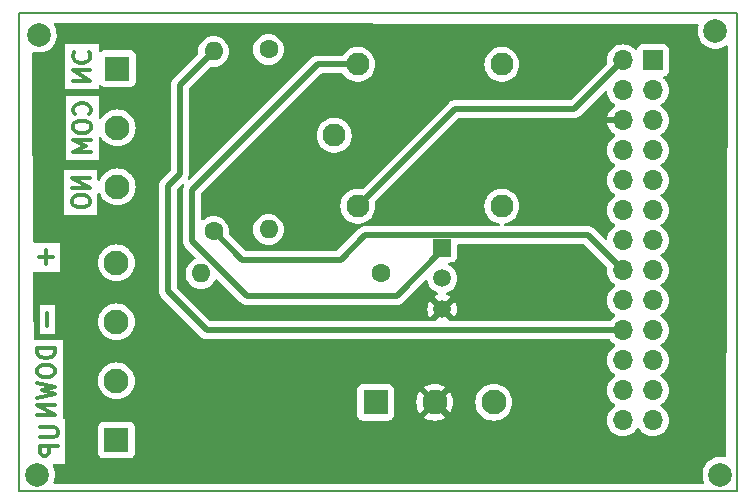
<source format=gbr>
%TF.GenerationSoftware,KiCad,Pcbnew,7.0.7*%
%TF.CreationDate,2023-09-27T10:27:32+03:00*%
%TF.ProjectId,Bionluk Proje,42696f6e-6c75-46b2-9050-726f6a652e6b,rev?*%
%TF.SameCoordinates,Original*%
%TF.FileFunction,Copper,L2,Bot*%
%TF.FilePolarity,Positive*%
%FSLAX46Y46*%
G04 Gerber Fmt 4.6, Leading zero omitted, Abs format (unit mm)*
G04 Created by KiCad (PCBNEW 7.0.7) date 2023-09-27 10:27:32*
%MOMM*%
%LPD*%
G01*
G04 APERTURE LIST*
%TA.AperFunction,NonConductor*%
%ADD10C,0.200000*%
%TD*%
%ADD11C,0.300000*%
%TA.AperFunction,NonConductor*%
%ADD12C,0.300000*%
%TD*%
%ADD13C,0.375000*%
%TA.AperFunction,NonConductor*%
%ADD14C,0.375000*%
%TD*%
%TA.AperFunction,ComponentPad*%
%ADD15C,1.600000*%
%TD*%
%TA.AperFunction,ComponentPad*%
%ADD16O,1.600000X1.600000*%
%TD*%
%TA.AperFunction,ComponentPad*%
%ADD17R,2.100000X2.100000*%
%TD*%
%TA.AperFunction,ComponentPad*%
%ADD18C,2.100000*%
%TD*%
%TA.AperFunction,ComponentPad*%
%ADD19C,1.950000*%
%TD*%
%TA.AperFunction,ComponentPad*%
%ADD20R,1.700000X1.700000*%
%TD*%
%TA.AperFunction,ComponentPad*%
%ADD21O,1.700000X1.700000*%
%TD*%
%TA.AperFunction,ComponentPad*%
%ADD22R,1.500000X1.500000*%
%TD*%
%TA.AperFunction,ComponentPad*%
%ADD23C,1.500000*%
%TD*%
%TA.AperFunction,ViaPad*%
%ADD24C,2.000000*%
%TD*%
%TA.AperFunction,Conductor*%
%ADD25C,0.500000*%
%TD*%
%TA.AperFunction,Conductor*%
%ADD26C,0.250000*%
%TD*%
G04 APERTURE END LIST*
D10*
X65590000Y-38570000D02*
X126340000Y-38570000D01*
X126340000Y-79050000D01*
X65590000Y-79050000D01*
X65590000Y-38570000D01*
D11*
D12*
X67340828Y-73664510D02*
X68555114Y-73664510D01*
X68555114Y-73664510D02*
X68697971Y-73735939D01*
X68697971Y-73735939D02*
X68769400Y-73807368D01*
X68769400Y-73807368D02*
X68840828Y-73950225D01*
X68840828Y-73950225D02*
X68840828Y-74235939D01*
X68840828Y-74235939D02*
X68769400Y-74378796D01*
X68769400Y-74378796D02*
X68697971Y-74450225D01*
X68697971Y-74450225D02*
X68555114Y-74521653D01*
X68555114Y-74521653D02*
X67340828Y-74521653D01*
X68840828Y-75235939D02*
X67340828Y-75235939D01*
X67340828Y-75235939D02*
X67340828Y-75807368D01*
X67340828Y-75807368D02*
X67412257Y-75950225D01*
X67412257Y-75950225D02*
X67483685Y-76021654D01*
X67483685Y-76021654D02*
X67626542Y-76093082D01*
X67626542Y-76093082D02*
X67840828Y-76093082D01*
X67840828Y-76093082D02*
X67983685Y-76021654D01*
X67983685Y-76021654D02*
X68055114Y-75950225D01*
X68055114Y-75950225D02*
X68126542Y-75807368D01*
X68126542Y-75807368D02*
X68126542Y-75235939D01*
D11*
D12*
X68415489Y-59269400D02*
X67272632Y-59269400D01*
X67844060Y-59840828D02*
X67844060Y-58697971D01*
D11*
D12*
X71560828Y-52544510D02*
X70060828Y-52544510D01*
X70060828Y-52544510D02*
X71560828Y-53401653D01*
X71560828Y-53401653D02*
X70060828Y-53401653D01*
X70060828Y-54401654D02*
X70060828Y-54687368D01*
X70060828Y-54687368D02*
X70132257Y-54830225D01*
X70132257Y-54830225D02*
X70275114Y-54973082D01*
X70275114Y-54973082D02*
X70560828Y-55044511D01*
X70560828Y-55044511D02*
X71060828Y-55044511D01*
X71060828Y-55044511D02*
X71346542Y-54973082D01*
X71346542Y-54973082D02*
X71489400Y-54830225D01*
X71489400Y-54830225D02*
X71560828Y-54687368D01*
X71560828Y-54687368D02*
X71560828Y-54401654D01*
X71560828Y-54401654D02*
X71489400Y-54258797D01*
X71489400Y-54258797D02*
X71346542Y-54115939D01*
X71346542Y-54115939D02*
X71060828Y-54044511D01*
X71060828Y-54044511D02*
X70560828Y-54044511D01*
X70560828Y-54044511D02*
X70275114Y-54115939D01*
X70275114Y-54115939D02*
X70132257Y-54258797D01*
X70132257Y-54258797D02*
X70060828Y-54401654D01*
D11*
D12*
X67969400Y-63974510D02*
X67969400Y-65117368D01*
D13*
D14*
X70123071Y-44316147D02*
X71623071Y-44316147D01*
X71623071Y-44316147D02*
X70123071Y-43459004D01*
X70123071Y-43459004D02*
X71623071Y-43459004D01*
X70265928Y-41887575D02*
X70194500Y-41959003D01*
X70194500Y-41959003D02*
X70123071Y-42173289D01*
X70123071Y-42173289D02*
X70123071Y-42316146D01*
X70123071Y-42316146D02*
X70194500Y-42530432D01*
X70194500Y-42530432D02*
X70337357Y-42673289D01*
X70337357Y-42673289D02*
X70480214Y-42744718D01*
X70480214Y-42744718D02*
X70765928Y-42816146D01*
X70765928Y-42816146D02*
X70980214Y-42816146D01*
X70980214Y-42816146D02*
X71265928Y-42744718D01*
X71265928Y-42744718D02*
X71408785Y-42673289D01*
X71408785Y-42673289D02*
X71551642Y-42530432D01*
X71551642Y-42530432D02*
X71623071Y-42316146D01*
X71623071Y-42316146D02*
X71623071Y-42173289D01*
X71623071Y-42173289D02*
X71551642Y-41959003D01*
X71551642Y-41959003D02*
X71480214Y-41887575D01*
D11*
D12*
X71527971Y-47161653D02*
X71599400Y-47090225D01*
X71599400Y-47090225D02*
X71670828Y-46875939D01*
X71670828Y-46875939D02*
X71670828Y-46733082D01*
X71670828Y-46733082D02*
X71599400Y-46518796D01*
X71599400Y-46518796D02*
X71456542Y-46375939D01*
X71456542Y-46375939D02*
X71313685Y-46304510D01*
X71313685Y-46304510D02*
X71027971Y-46233082D01*
X71027971Y-46233082D02*
X70813685Y-46233082D01*
X70813685Y-46233082D02*
X70527971Y-46304510D01*
X70527971Y-46304510D02*
X70385114Y-46375939D01*
X70385114Y-46375939D02*
X70242257Y-46518796D01*
X70242257Y-46518796D02*
X70170828Y-46733082D01*
X70170828Y-46733082D02*
X70170828Y-46875939D01*
X70170828Y-46875939D02*
X70242257Y-47090225D01*
X70242257Y-47090225D02*
X70313685Y-47161653D01*
X70170828Y-48090225D02*
X70170828Y-48375939D01*
X70170828Y-48375939D02*
X70242257Y-48518796D01*
X70242257Y-48518796D02*
X70385114Y-48661653D01*
X70385114Y-48661653D02*
X70670828Y-48733082D01*
X70670828Y-48733082D02*
X71170828Y-48733082D01*
X71170828Y-48733082D02*
X71456542Y-48661653D01*
X71456542Y-48661653D02*
X71599400Y-48518796D01*
X71599400Y-48518796D02*
X71670828Y-48375939D01*
X71670828Y-48375939D02*
X71670828Y-48090225D01*
X71670828Y-48090225D02*
X71599400Y-47947368D01*
X71599400Y-47947368D02*
X71456542Y-47804510D01*
X71456542Y-47804510D02*
X71170828Y-47733082D01*
X71170828Y-47733082D02*
X70670828Y-47733082D01*
X70670828Y-47733082D02*
X70385114Y-47804510D01*
X70385114Y-47804510D02*
X70242257Y-47947368D01*
X70242257Y-47947368D02*
X70170828Y-48090225D01*
X71670828Y-49375939D02*
X70170828Y-49375939D01*
X70170828Y-49375939D02*
X71242257Y-49875939D01*
X71242257Y-49875939D02*
X70170828Y-50375939D01*
X70170828Y-50375939D02*
X71670828Y-50375939D01*
D11*
D12*
X68620828Y-66974510D02*
X67120828Y-66974510D01*
X67120828Y-66974510D02*
X67120828Y-67331653D01*
X67120828Y-67331653D02*
X67192257Y-67545939D01*
X67192257Y-67545939D02*
X67335114Y-67688796D01*
X67335114Y-67688796D02*
X67477971Y-67760225D01*
X67477971Y-67760225D02*
X67763685Y-67831653D01*
X67763685Y-67831653D02*
X67977971Y-67831653D01*
X67977971Y-67831653D02*
X68263685Y-67760225D01*
X68263685Y-67760225D02*
X68406542Y-67688796D01*
X68406542Y-67688796D02*
X68549400Y-67545939D01*
X68549400Y-67545939D02*
X68620828Y-67331653D01*
X68620828Y-67331653D02*
X68620828Y-66974510D01*
X67120828Y-68760225D02*
X67120828Y-69045939D01*
X67120828Y-69045939D02*
X67192257Y-69188796D01*
X67192257Y-69188796D02*
X67335114Y-69331653D01*
X67335114Y-69331653D02*
X67620828Y-69403082D01*
X67620828Y-69403082D02*
X68120828Y-69403082D01*
X68120828Y-69403082D02*
X68406542Y-69331653D01*
X68406542Y-69331653D02*
X68549400Y-69188796D01*
X68549400Y-69188796D02*
X68620828Y-69045939D01*
X68620828Y-69045939D02*
X68620828Y-68760225D01*
X68620828Y-68760225D02*
X68549400Y-68617368D01*
X68549400Y-68617368D02*
X68406542Y-68474510D01*
X68406542Y-68474510D02*
X68120828Y-68403082D01*
X68120828Y-68403082D02*
X67620828Y-68403082D01*
X67620828Y-68403082D02*
X67335114Y-68474510D01*
X67335114Y-68474510D02*
X67192257Y-68617368D01*
X67192257Y-68617368D02*
X67120828Y-68760225D01*
X67120828Y-69903082D02*
X68620828Y-70260225D01*
X68620828Y-70260225D02*
X67549400Y-70545939D01*
X67549400Y-70545939D02*
X68620828Y-70831654D01*
X68620828Y-70831654D02*
X67120828Y-71188797D01*
X68620828Y-71760225D02*
X67120828Y-71760225D01*
X67120828Y-71760225D02*
X68620828Y-72617368D01*
X68620828Y-72617368D02*
X67120828Y-72617368D01*
D15*
%TO.P,R2,1*%
%TO.N,Net-(J1-Pin_16)*%
X82050000Y-57090000D03*
D16*
%TO.P,R2,2*%
%TO.N,Net-(J1-Pin_20)*%
X82050000Y-41850000D03*
%TD*%
D15*
%TO.P,R3,1*%
%TO.N,Net-(J1-Pin_12)*%
X96220000Y-60650000D03*
D16*
%TO.P,R3,2*%
%TO.N,Net-(Q1-B)*%
X80980000Y-60650000D03*
%TD*%
D17*
%TO.P,J3,1,Pin_1*%
%TO.N,Net-(J3-Pin_1)*%
X73900000Y-43310000D03*
D18*
%TO.P,J3,2,Pin_2*%
%TO.N,Net-(J3-Pin_2)*%
X73900000Y-48310000D03*
%TO.P,J3,3,Pin_3*%
%TO.N,Net-(J3-Pin_3)*%
X73900000Y-53310000D03*
%TD*%
D19*
%TO.P,K1,COIL1*%
%TO.N,Net-(Q1-C)*%
X94260000Y-42950000D03*
%TO.P,K1,COIL2*%
%TO.N,Net-(J1-Pin_2)*%
X94260000Y-54950000D03*
%TO.P,K1,COM*%
%TO.N,Net-(J3-Pin_2)*%
X92260000Y-48950000D03*
%TO.P,K1,NC*%
%TO.N,Net-(J3-Pin_1)*%
X106460000Y-42950000D03*
%TO.P,K1,NO*%
%TO.N,Net-(J3-Pin_3)*%
X106460000Y-54950000D03*
%TD*%
D20*
%TO.P,J1,1,Pin_1*%
%TO.N,unconnected-(J1-Pin_1-Pad1)*%
X119250000Y-42600000D03*
D21*
%TO.P,J1,2,Pin_2*%
%TO.N,Net-(J1-Pin_2)*%
X116710000Y-42600000D03*
%TO.P,J1,3,Pin_3*%
%TO.N,unconnected-(J1-Pin_3-Pad3)*%
X119250000Y-45140000D03*
%TO.P,J1,4,Pin_4*%
%TO.N,unconnected-(J1-Pin_4-Pad4)*%
X116710000Y-45140000D03*
%TO.P,J1,5,Pin_5*%
%TO.N,unconnected-(J1-Pin_5-Pad5)*%
X119250000Y-47680000D03*
%TO.P,J1,6,Pin_6*%
%TO.N,GND*%
X116710000Y-47680000D03*
%TO.P,J1,7,Pin_7*%
%TO.N,unconnected-(J1-Pin_7-Pad7)*%
X119250000Y-50220000D03*
%TO.P,J1,8,Pin_8*%
%TO.N,unconnected-(J1-Pin_8-Pad8)*%
X116710000Y-50220000D03*
%TO.P,J1,9,Pin_9*%
%TO.N,unconnected-(J1-Pin_9-Pad9)*%
X119250000Y-52760000D03*
%TO.P,J1,10,Pin_10*%
%TO.N,unconnected-(J1-Pin_10-Pad10)*%
X116710000Y-52760000D03*
%TO.P,J1,11,Pin_11*%
%TO.N,unconnected-(J1-Pin_11-Pad11)*%
X119250000Y-55300000D03*
%TO.P,J1,12,Pin_12*%
%TO.N,Net-(J1-Pin_12)*%
X116710000Y-55300000D03*
%TO.P,J1,13,Pin_13*%
%TO.N,unconnected-(J1-Pin_13-Pad13)*%
X119250000Y-57840000D03*
%TO.P,J1,14,Pin_14*%
%TO.N,unconnected-(J1-Pin_14-Pad14)*%
X116710000Y-57840000D03*
%TO.P,J1,15,Pin_15*%
%TO.N,unconnected-(J1-Pin_15-Pad15)*%
X119250000Y-60380000D03*
%TO.P,J1,16,Pin_16*%
%TO.N,Net-(J1-Pin_16)*%
X116710000Y-60380000D03*
%TO.P,J1,17,Pin_17*%
%TO.N,unconnected-(J1-Pin_17-Pad17)*%
X119250000Y-62920000D03*
%TO.P,J1,18,Pin_18*%
%TO.N,Net-(J1-Pin_18)*%
X116710000Y-62920000D03*
%TO.P,J1,19,Pin_19*%
%TO.N,unconnected-(J1-Pin_19-Pad19)*%
X119250000Y-65460000D03*
%TO.P,J1,20,Pin_20*%
%TO.N,Net-(J1-Pin_20)*%
X116710000Y-65460000D03*
%TO.P,J1,21,Pin_21*%
%TO.N,unconnected-(J1-Pin_21-Pad21)*%
X119250000Y-68000000D03*
%TO.P,J1,22,Pin_22*%
%TO.N,unconnected-(J1-Pin_22-Pad22)*%
X116710000Y-68000000D03*
%TO.P,J1,23,Pin_23*%
%TO.N,unconnected-(J1-Pin_23-Pad23)*%
X119250000Y-70540000D03*
%TO.P,J1,24,Pin_24*%
%TO.N,unconnected-(J1-Pin_24-Pad24)*%
X116710000Y-70540000D03*
%TO.P,J1,25,Pin_25*%
%TO.N,unconnected-(J1-Pin_25-Pad25)*%
X119250000Y-73080000D03*
%TO.P,J1,26,Pin_26*%
%TO.N,unconnected-(J1-Pin_26-Pad26)*%
X116710000Y-73080000D03*
%TD*%
D17*
%TO.P,J6,1,Pin_1*%
%TO.N,Net-(J1-Pin_18)*%
X73820000Y-74740000D03*
D18*
%TO.P,J6,2,Pin_2*%
%TO.N,Net-(J1-Pin_16)*%
X73820000Y-69740000D03*
%TO.P,J6,3,Pin_3*%
%TO.N,Net-(J1-Pin_20)*%
X73820000Y-64740000D03*
%TO.P,J6,4,Pin_4*%
%TO.N,Net-(J1-Pin_2)*%
X73820000Y-59740000D03*
%TD*%
D15*
%TO.P,R1,1*%
%TO.N,Net-(J1-Pin_18)*%
X86700000Y-41680000D03*
D16*
%TO.P,R1,2*%
%TO.N,Net-(J1-Pin_2)*%
X86700000Y-56920000D03*
%TD*%
D22*
%TO.P,Q1,1,C*%
%TO.N,Net-(Q1-C)*%
X101415000Y-58470000D03*
D23*
%TO.P,Q1,2,B*%
%TO.N,Net-(Q1-B)*%
X101415000Y-61070000D03*
%TO.P,Q1,3,E*%
%TO.N,GND*%
X101415000Y-63670000D03*
%TD*%
D17*
%TO.P,J4,1,Pin_1*%
%TO.N,unconnected-(J4-Pin_1-Pad1)*%
X95770000Y-71550000D03*
D18*
%TO.P,J4,2,Pin_2*%
%TO.N,GND*%
X100770000Y-71550000D03*
%TO.P,J4,3,Pin_3*%
%TO.N,unconnected-(J4-Pin_3-Pad3)*%
X105770000Y-71550000D03*
%TD*%
D24*
%TO.N,*%
X67130000Y-77670000D03*
X124950000Y-77670000D03*
X124540000Y-40110000D03*
X67260000Y-40430000D03*
%TO.N,GND*%
X111890000Y-77220000D03*
%TD*%
D25*
%TO.N,Net-(J1-Pin_2)*%
X112590000Y-46720000D02*
X116710000Y-42600000D01*
X94260000Y-54950000D02*
X102490000Y-46720000D01*
X102490000Y-46720000D02*
X112590000Y-46720000D01*
%TO.N,GND*%
X106440000Y-77220000D02*
X100770000Y-71550000D01*
X111890000Y-77220000D02*
X106440000Y-77220000D01*
%TO.N,Net-(J1-Pin_16)*%
X84450000Y-59490000D02*
X82050000Y-57090000D01*
X92800000Y-59490000D02*
X84450000Y-59490000D01*
X94895000Y-57395000D02*
X92800000Y-59490000D01*
X116710000Y-60380000D02*
X113725000Y-57395000D01*
X113725000Y-57395000D02*
X94895000Y-57395000D01*
%TO.N,Net-(J1-Pin_20)*%
X79200000Y-44700000D02*
X79200000Y-52200000D01*
X79200000Y-52200000D02*
X78190000Y-53210000D01*
X81480000Y-65460000D02*
X116710000Y-65460000D01*
X78190000Y-62170000D02*
X81480000Y-65460000D01*
X78190000Y-53210000D02*
X78190000Y-62170000D01*
X82050000Y-41850000D02*
X79200000Y-44700000D01*
D26*
%TO.N,Net-(Q1-C)*%
X101415000Y-58695000D02*
X101415000Y-58470000D01*
D25*
X93580000Y-42950000D02*
X90870000Y-42950000D01*
D26*
X97580000Y-62550000D02*
X97580000Y-62530000D01*
D25*
X80220000Y-57920000D02*
X84850000Y-62550000D01*
X90870000Y-42950000D02*
X80220000Y-53600000D01*
X84850000Y-62550000D02*
X97580000Y-62550000D01*
D26*
X94260000Y-42950000D02*
X93580000Y-42950000D01*
D25*
X97580000Y-62530000D02*
X101415000Y-58695000D01*
X80220000Y-53600000D02*
X80220000Y-57920000D01*
%TD*%
%TA.AperFunction,Conductor*%
%TO.N,GND*%
G36*
X79489225Y-53074655D02*
G01*
X79545158Y-53116527D01*
X79569575Y-53181991D01*
X79558273Y-53243242D01*
X79544424Y-53272941D01*
X79509960Y-53341566D01*
X79507488Y-53348357D01*
X79507432Y-53348336D01*
X79504960Y-53355450D01*
X79505015Y-53355469D01*
X79502742Y-53362327D01*
X79494974Y-53399945D01*
X79487207Y-53437565D01*
X79474001Y-53493284D01*
X79469498Y-53512286D01*
X79468661Y-53519454D01*
X79468601Y-53519447D01*
X79467835Y-53526945D01*
X79467895Y-53526951D01*
X79467265Y-53534140D01*
X79469500Y-53610916D01*
X79469500Y-57856294D01*
X79468191Y-57874263D01*
X79464710Y-57898025D01*
X79469264Y-57950064D01*
X79469500Y-57955470D01*
X79469500Y-57963709D01*
X79473306Y-57996274D01*
X79480000Y-58072791D01*
X79481461Y-58079867D01*
X79481403Y-58079878D01*
X79483034Y-58087237D01*
X79483092Y-58087224D01*
X79484757Y-58094250D01*
X79511025Y-58166424D01*
X79535185Y-58239331D01*
X79538236Y-58245874D01*
X79538182Y-58245898D01*
X79541470Y-58252688D01*
X79541521Y-58252663D01*
X79544761Y-58259113D01*
X79544762Y-58259114D01*
X79544763Y-58259117D01*
X79545890Y-58260830D01*
X79586965Y-58323283D01*
X79627287Y-58388655D01*
X79631766Y-58394319D01*
X79631719Y-58394356D01*
X79636482Y-58400202D01*
X79636528Y-58400164D01*
X79641173Y-58405700D01*
X79697017Y-58458385D01*
X80495841Y-59257210D01*
X80529326Y-59318533D01*
X80524342Y-59388225D01*
X80482470Y-59444158D01*
X80460565Y-59457273D01*
X80327267Y-59519431D01*
X80327265Y-59519432D01*
X80140858Y-59649954D01*
X79979954Y-59810858D01*
X79849432Y-59997265D01*
X79849431Y-59997267D01*
X79753261Y-60203502D01*
X79753258Y-60203511D01*
X79694366Y-60423302D01*
X79694364Y-60423313D01*
X79674532Y-60649998D01*
X79674532Y-60650001D01*
X79694364Y-60876686D01*
X79694366Y-60876697D01*
X79753258Y-61096488D01*
X79753261Y-61096497D01*
X79849431Y-61302732D01*
X79849432Y-61302734D01*
X79979954Y-61489141D01*
X80140858Y-61650045D01*
X80140861Y-61650047D01*
X80327266Y-61780568D01*
X80533504Y-61876739D01*
X80533509Y-61876740D01*
X80533511Y-61876741D01*
X80586415Y-61890916D01*
X80753308Y-61935635D01*
X80915230Y-61949801D01*
X80979998Y-61955468D01*
X80980000Y-61955468D01*
X80980002Y-61955468D01*
X81036673Y-61950509D01*
X81206692Y-61935635D01*
X81426496Y-61876739D01*
X81632734Y-61780568D01*
X81819139Y-61650047D01*
X81980047Y-61489139D01*
X82110568Y-61302734D01*
X82172727Y-61169433D01*
X82218900Y-61116995D01*
X82286093Y-61097843D01*
X82352974Y-61118059D01*
X82372790Y-61134158D01*
X84274270Y-63035638D01*
X84286051Y-63049270D01*
X84300388Y-63068528D01*
X84340409Y-63102111D01*
X84344397Y-63105766D01*
X84350216Y-63111585D01*
X84350220Y-63111588D01*
X84350223Y-63111591D01*
X84375959Y-63131940D01*
X84434786Y-63181302D01*
X84434787Y-63181302D01*
X84434789Y-63181304D01*
X84440818Y-63185270D01*
X84440785Y-63185319D01*
X84447147Y-63189372D01*
X84447179Y-63189321D01*
X84453319Y-63193108D01*
X84453323Y-63193111D01*
X84488132Y-63209343D01*
X84522941Y-63225575D01*
X84591455Y-63259984D01*
X84591567Y-63260040D01*
X84591569Y-63260040D01*
X84598357Y-63262511D01*
X84598336Y-63262567D01*
X84605457Y-63265043D01*
X84605476Y-63264986D01*
X84612322Y-63267254D01*
X84612327Y-63267257D01*
X84612332Y-63267258D01*
X84612335Y-63267259D01*
X84680518Y-63281337D01*
X84687565Y-63282792D01*
X84762279Y-63300500D01*
X84762282Y-63300500D01*
X84762286Y-63300501D01*
X84769453Y-63301339D01*
X84769446Y-63301398D01*
X84776944Y-63302164D01*
X84776950Y-63302105D01*
X84784139Y-63302734D01*
X84784143Y-63302733D01*
X84784144Y-63302734D01*
X84860917Y-63300500D01*
X97623709Y-63300500D01*
X97754255Y-63285241D01*
X97919117Y-63225237D01*
X98060159Y-63132471D01*
X98065693Y-63128832D01*
X98065694Y-63128831D01*
X98065693Y-63128831D01*
X98065696Y-63128830D01*
X98186092Y-63001218D01*
X98199707Y-62977634D01*
X98219408Y-62951958D01*
X99966997Y-61204369D01*
X100028318Y-61170886D01*
X100098010Y-61175870D01*
X100153943Y-61217742D01*
X100178204Y-61281243D01*
X100178793Y-61287976D01*
X100178793Y-61287979D01*
X100235422Y-61499322D01*
X100235424Y-61499326D01*
X100235425Y-61499330D01*
X100266115Y-61565145D01*
X100327897Y-61697638D01*
X100327898Y-61697639D01*
X100453402Y-61876877D01*
X100608123Y-62031598D01*
X100787361Y-62157102D01*
X100985670Y-62249575D01*
X100985674Y-62249576D01*
X100989062Y-62250484D01*
X100990387Y-62251291D01*
X100990764Y-62251429D01*
X100990736Y-62251504D01*
X101048722Y-62286849D01*
X101079251Y-62349696D01*
X101070956Y-62419072D01*
X101026471Y-62472950D01*
X100989063Y-62490033D01*
X100985855Y-62490892D01*
X100985840Y-62490898D01*
X100787614Y-62583332D01*
X100787612Y-62583333D01*
X100725428Y-62626875D01*
X100725427Y-62626875D01*
X101192942Y-63094389D01*
X101226427Y-63155712D01*
X101221443Y-63225403D01*
X101179572Y-63281337D01*
X101159073Y-63293785D01*
X101158646Y-63293990D01*
X101158645Y-63293990D01*
X101059202Y-63386260D01*
X101059199Y-63386264D01*
X101036967Y-63424771D01*
X100986400Y-63472987D01*
X100917793Y-63486209D01*
X100852928Y-63460241D01*
X100841899Y-63450452D01*
X100371875Y-62980427D01*
X100371875Y-62980428D01*
X100328333Y-63042612D01*
X100328332Y-63042614D01*
X100235898Y-63240840D01*
X100235894Y-63240849D01*
X100179289Y-63452105D01*
X100179287Y-63452115D01*
X100160225Y-63669999D01*
X100160225Y-63670000D01*
X100179287Y-63887884D01*
X100179289Y-63887894D01*
X100235894Y-64099150D01*
X100235898Y-64099159D01*
X100328335Y-64297391D01*
X100371873Y-64359571D01*
X100371874Y-64359572D01*
X100839814Y-63891631D01*
X100901137Y-63858146D01*
X100970828Y-63863130D01*
X101024443Y-63902000D01*
X101105464Y-64003599D01*
X101105466Y-64003600D01*
X101177723Y-64052865D01*
X101222025Y-64106894D01*
X101230083Y-64176297D01*
X101199340Y-64239040D01*
X101195552Y-64242999D01*
X100765372Y-64673181D01*
X100704049Y-64706666D01*
X100677691Y-64709500D01*
X81842229Y-64709500D01*
X81775190Y-64689815D01*
X81754548Y-64673181D01*
X78976819Y-61895451D01*
X78943334Y-61834128D01*
X78940500Y-61807770D01*
X78940500Y-53572228D01*
X78960185Y-53505189D01*
X78976814Y-53484552D01*
X79358212Y-53103154D01*
X79419533Y-53069671D01*
X79489225Y-53074655D01*
G37*
%TD.AperFunction*%
%TA.AperFunction,Conductor*%
G36*
X113429809Y-58165185D02*
G01*
X113450451Y-58181819D01*
X115337130Y-60068497D01*
X115370615Y-60129820D01*
X115372977Y-60166985D01*
X115354341Y-60379997D01*
X115354341Y-60380000D01*
X115374936Y-60615403D01*
X115374938Y-60615413D01*
X115436094Y-60843655D01*
X115436096Y-60843659D01*
X115436097Y-60843663D01*
X115508188Y-60998262D01*
X115535965Y-61057830D01*
X115535967Y-61057834D01*
X115638574Y-61204371D01*
X115671501Y-61251396D01*
X115671506Y-61251402D01*
X115838597Y-61418493D01*
X115838603Y-61418498D01*
X116024158Y-61548425D01*
X116067783Y-61603002D01*
X116074977Y-61672500D01*
X116043454Y-61734855D01*
X116024158Y-61751575D01*
X115838597Y-61881505D01*
X115671505Y-62048597D01*
X115535965Y-62242169D01*
X115535964Y-62242171D01*
X115436098Y-62456335D01*
X115436094Y-62456344D01*
X115374938Y-62684586D01*
X115374936Y-62684596D01*
X115354341Y-62919999D01*
X115354341Y-62920000D01*
X115374936Y-63155403D01*
X115374938Y-63155413D01*
X115436094Y-63383655D01*
X115436096Y-63383659D01*
X115436097Y-63383663D01*
X115483915Y-63486209D01*
X115535965Y-63597830D01*
X115535967Y-63597834D01*
X115644281Y-63752521D01*
X115671504Y-63791400D01*
X115671506Y-63791402D01*
X115838597Y-63958493D01*
X115838603Y-63958498D01*
X116024158Y-64088425D01*
X116067783Y-64143002D01*
X116074977Y-64212500D01*
X116043454Y-64274855D01*
X116024158Y-64291575D01*
X115838597Y-64421505D01*
X115671506Y-64588596D01*
X115623874Y-64656623D01*
X115569297Y-64700248D01*
X115522299Y-64709500D01*
X102152309Y-64709500D01*
X102085270Y-64689815D01*
X102064628Y-64673181D01*
X101637057Y-64245610D01*
X101603572Y-64184287D01*
X101608556Y-64114595D01*
X101650428Y-64058662D01*
X101670930Y-64046212D01*
X101671357Y-64046007D01*
X101770798Y-63953740D01*
X101793032Y-63915228D01*
X101843597Y-63867014D01*
X101912204Y-63853790D01*
X101977069Y-63879757D01*
X101988100Y-63889548D01*
X102458124Y-64359572D01*
X102501666Y-64297387D01*
X102594101Y-64099159D01*
X102594105Y-64099150D01*
X102650710Y-63887894D01*
X102650712Y-63887884D01*
X102669775Y-63670000D01*
X102669775Y-63669999D01*
X102650712Y-63452115D01*
X102650710Y-63452105D01*
X102594105Y-63240849D01*
X102594101Y-63240840D01*
X102501668Y-63042615D01*
X102458123Y-62980427D01*
X101990184Y-63448367D01*
X101928861Y-63481852D01*
X101859169Y-63476868D01*
X101805555Y-63437998D01*
X101724535Y-63336400D01*
X101724533Y-63336399D01*
X101652275Y-63287134D01*
X101607973Y-63233106D01*
X101599915Y-63163702D01*
X101630657Y-63100959D01*
X101634446Y-63097000D01*
X102104572Y-62626874D01*
X102104571Y-62626873D01*
X102042391Y-62583335D01*
X101844159Y-62490898D01*
X101844145Y-62490892D01*
X101840940Y-62490034D01*
X101839684Y-62489269D01*
X101839064Y-62489043D01*
X101839109Y-62488918D01*
X101781279Y-62453671D01*
X101750748Y-62390824D01*
X101759042Y-62321449D01*
X101803526Y-62267570D01*
X101840941Y-62250483D01*
X101844330Y-62249575D01*
X102042639Y-62157102D01*
X102221877Y-62031598D01*
X102376598Y-61876877D01*
X102502102Y-61697639D01*
X102594575Y-61499330D01*
X102651207Y-61287977D01*
X102670277Y-61070000D01*
X102651207Y-60852023D01*
X102597075Y-60650000D01*
X102594577Y-60640677D01*
X102594576Y-60640676D01*
X102594575Y-60640670D01*
X102502102Y-60442362D01*
X102502100Y-60442359D01*
X102502099Y-60442357D01*
X102376599Y-60263124D01*
X102312449Y-60198974D01*
X102221877Y-60108402D01*
X102063157Y-59997265D01*
X102042638Y-59982897D01*
X101986845Y-59956881D01*
X101934406Y-59910709D01*
X101915254Y-59843515D01*
X101935470Y-59776634D01*
X101988635Y-59731299D01*
X102039250Y-59720499D01*
X102212871Y-59720499D01*
X102212872Y-59720499D01*
X102272483Y-59714091D01*
X102407331Y-59663796D01*
X102522546Y-59577546D01*
X102608796Y-59462331D01*
X102659091Y-59327483D01*
X102665500Y-59267873D01*
X102665499Y-58269499D01*
X102685183Y-58202461D01*
X102737987Y-58156706D01*
X102789499Y-58145500D01*
X113362770Y-58145500D01*
X113429809Y-58165185D01*
G37*
%TD.AperFunction*%
%TA.AperFunction,Conductor*%
G36*
X122988366Y-39496440D02*
G01*
X123055375Y-39516215D01*
X123101058Y-39569081D01*
X123110908Y-39638253D01*
X123108400Y-39650879D01*
X123054892Y-39862175D01*
X123054890Y-39862187D01*
X123034357Y-40109994D01*
X123034357Y-40110005D01*
X123054890Y-40357812D01*
X123054892Y-40357824D01*
X123115936Y-40598881D01*
X123215826Y-40826606D01*
X123351833Y-41034782D01*
X123351836Y-41034785D01*
X123520256Y-41217738D01*
X123716491Y-41370474D01*
X123935190Y-41488828D01*
X124170386Y-41569571D01*
X124415665Y-41610500D01*
X124664335Y-41610500D01*
X124909614Y-41569571D01*
X125144810Y-41488828D01*
X125363509Y-41370474D01*
X125401375Y-41341001D01*
X125466364Y-41315359D01*
X125534904Y-41328924D01*
X125585230Y-41377392D01*
X125601534Y-41439396D01*
X125450316Y-76086373D01*
X125430339Y-76153326D01*
X125377336Y-76198850D01*
X125308134Y-76208492D01*
X125305908Y-76208141D01*
X125074335Y-76169500D01*
X124825665Y-76169500D01*
X124580383Y-76210429D01*
X124345197Y-76291169D01*
X124345188Y-76291172D01*
X124126493Y-76409524D01*
X123930257Y-76562261D01*
X123761833Y-76745217D01*
X123625826Y-76953393D01*
X123525936Y-77181118D01*
X123464892Y-77422175D01*
X123464890Y-77422187D01*
X123444357Y-77669994D01*
X123444357Y-77670005D01*
X123464890Y-77917812D01*
X123464892Y-77917824D01*
X123525936Y-78158881D01*
X123577174Y-78275690D01*
X123586077Y-78344990D01*
X123556100Y-78408102D01*
X123496761Y-78444989D01*
X123463618Y-78449500D01*
X68616382Y-78449500D01*
X68549343Y-78429815D01*
X68503588Y-78377011D01*
X68493644Y-78307853D01*
X68502826Y-78275690D01*
X68554063Y-78158881D01*
X68615107Y-77917824D01*
X68615108Y-77917821D01*
X68635643Y-77670000D01*
X68615108Y-77422179D01*
X68554063Y-77181119D01*
X68454173Y-76953393D01*
X68445694Y-76940415D01*
X68425507Y-76873527D01*
X68444686Y-76806342D01*
X68497144Y-76760191D01*
X68549503Y-76748594D01*
X69496619Y-76748594D01*
X69496619Y-75837870D01*
X72269500Y-75837870D01*
X72269501Y-75837876D01*
X72275908Y-75897483D01*
X72326202Y-76032328D01*
X72326206Y-76032335D01*
X72412452Y-76147544D01*
X72412455Y-76147547D01*
X72527664Y-76233793D01*
X72527671Y-76233797D01*
X72662517Y-76284091D01*
X72662516Y-76284091D01*
X72669444Y-76284835D01*
X72722127Y-76290500D01*
X74917872Y-76290499D01*
X74977483Y-76284091D01*
X75112331Y-76233796D01*
X75227546Y-76147546D01*
X75313796Y-76032331D01*
X75364091Y-75897483D01*
X75370500Y-75837873D01*
X75370499Y-73642128D01*
X75364091Y-73582517D01*
X75349599Y-73543663D01*
X75313797Y-73447671D01*
X75313793Y-73447664D01*
X75227547Y-73332455D01*
X75227544Y-73332452D01*
X75112335Y-73246206D01*
X75112328Y-73246202D01*
X74977482Y-73195908D01*
X74977483Y-73195908D01*
X74917883Y-73189501D01*
X74917881Y-73189500D01*
X74917873Y-73189500D01*
X74917864Y-73189500D01*
X72722129Y-73189500D01*
X72722123Y-73189501D01*
X72662516Y-73195908D01*
X72527671Y-73246202D01*
X72527664Y-73246206D01*
X72412455Y-73332452D01*
X72412452Y-73332455D01*
X72326206Y-73447664D01*
X72326202Y-73447671D01*
X72275908Y-73582517D01*
X72269501Y-73642116D01*
X72269501Y-73642123D01*
X72269500Y-73642135D01*
X72269500Y-75837870D01*
X69496619Y-75837870D01*
X69496619Y-73008998D01*
X69400619Y-73008998D01*
X69333580Y-72989313D01*
X69287825Y-72936509D01*
X69276619Y-72884998D01*
X69276619Y-72647870D01*
X94219500Y-72647870D01*
X94219501Y-72647876D01*
X94225908Y-72707483D01*
X94276202Y-72842328D01*
X94276206Y-72842335D01*
X94362452Y-72957544D01*
X94362455Y-72957547D01*
X94477664Y-73043793D01*
X94477671Y-73043797D01*
X94612517Y-73094091D01*
X94612516Y-73094091D01*
X94619444Y-73094835D01*
X94672127Y-73100500D01*
X96867872Y-73100499D01*
X96927483Y-73094091D01*
X97062331Y-73043796D01*
X97177546Y-72957546D01*
X97263796Y-72842331D01*
X97314091Y-72707483D01*
X97320500Y-72647873D01*
X97320499Y-71549999D01*
X99215207Y-71549999D01*
X99234348Y-71793219D01*
X99291303Y-72030457D01*
X99384668Y-72255861D01*
X99508504Y-72457942D01*
X100121482Y-71844964D01*
X100182805Y-71811479D01*
X100252496Y-71816463D01*
X100308430Y-71858334D01*
X100311514Y-71863249D01*
X100311549Y-71863225D01*
X100316441Y-71870156D01*
X100419637Y-71980651D01*
X100419638Y-71980652D01*
X100454698Y-72001973D01*
X100501749Y-72053623D01*
X100513407Y-72122513D01*
X100485970Y-72186770D01*
X100477950Y-72195601D01*
X99862056Y-72811494D01*
X100064138Y-72935331D01*
X100289542Y-73028696D01*
X100526780Y-73085651D01*
X100526779Y-73085651D01*
X100769999Y-73104792D01*
X101013219Y-73085651D01*
X101250457Y-73028696D01*
X101475861Y-72935331D01*
X101677942Y-72811494D01*
X101063166Y-72196718D01*
X101029681Y-72135395D01*
X101034665Y-72065703D01*
X101072588Y-72012853D01*
X101175739Y-71928934D01*
X101226052Y-71857655D01*
X101280793Y-71814239D01*
X101350318Y-71807310D01*
X101412553Y-71839068D01*
X101415037Y-71841484D01*
X102031494Y-72457942D01*
X102155331Y-72255861D01*
X102248696Y-72030457D01*
X102305651Y-71793219D01*
X102324792Y-71550000D01*
X104214706Y-71550000D01*
X104233853Y-71793297D01*
X104233853Y-71793300D01*
X104233854Y-71793302D01*
X104289324Y-72024349D01*
X104290830Y-72030619D01*
X104384222Y-72256089D01*
X104511737Y-72464173D01*
X104511738Y-72464176D01*
X104511741Y-72464179D01*
X104670241Y-72649759D01*
X104813897Y-72772453D01*
X104855823Y-72808261D01*
X104855826Y-72808262D01*
X105063910Y-72935777D01*
X105289381Y-73029169D01*
X105289378Y-73029169D01*
X105289384Y-73029170D01*
X105289388Y-73029172D01*
X105526698Y-73086146D01*
X105770000Y-73105294D01*
X106013302Y-73086146D01*
X106250612Y-73029172D01*
X106476089Y-72935777D01*
X106684179Y-72808259D01*
X106869759Y-72649759D01*
X107028259Y-72464179D01*
X107155777Y-72256089D01*
X107249172Y-72030612D01*
X107306146Y-71793302D01*
X107325294Y-71550000D01*
X107306146Y-71306698D01*
X107249172Y-71069388D01*
X107249169Y-71069380D01*
X107155777Y-70843910D01*
X107028262Y-70635826D01*
X107028261Y-70635823D01*
X106946419Y-70539999D01*
X106869759Y-70450241D01*
X106747063Y-70345449D01*
X106684176Y-70291738D01*
X106684173Y-70291737D01*
X106476089Y-70164222D01*
X106250618Y-70070830D01*
X106250621Y-70070830D01*
X106144992Y-70045470D01*
X106013302Y-70013854D01*
X106013300Y-70013853D01*
X106013297Y-70013853D01*
X105770000Y-69994706D01*
X105526702Y-70013853D01*
X105526697Y-70013854D01*
X105526698Y-70013854D01*
X105350301Y-70056204D01*
X105289380Y-70070830D01*
X105063910Y-70164222D01*
X104855826Y-70291737D01*
X104855823Y-70291738D01*
X104670241Y-70450241D01*
X104511738Y-70635823D01*
X104511737Y-70635826D01*
X104384222Y-70843910D01*
X104290830Y-71069380D01*
X104290828Y-71069387D01*
X104290828Y-71069388D01*
X104277290Y-71125777D01*
X104233853Y-71306702D01*
X104214706Y-71550000D01*
X102324792Y-71550000D01*
X102324792Y-71549999D01*
X102305651Y-71306780D01*
X102248696Y-71069542D01*
X102155331Y-70844138D01*
X102031494Y-70642056D01*
X101418517Y-71255034D01*
X101357194Y-71288519D01*
X101287502Y-71283535D01*
X101231569Y-71241663D01*
X101228486Y-71236750D01*
X101228451Y-71236775D01*
X101223558Y-71229843D01*
X101168661Y-71171064D01*
X101120362Y-71119348D01*
X101085300Y-71098026D01*
X101038248Y-71046374D01*
X101026591Y-70977484D01*
X101054029Y-70913227D01*
X101062048Y-70904397D01*
X101677942Y-70288504D01*
X101475861Y-70164668D01*
X101250457Y-70071303D01*
X101013219Y-70014348D01*
X101013220Y-70014348D01*
X100769999Y-69995207D01*
X100526780Y-70014348D01*
X100289542Y-70071303D01*
X100064146Y-70164665D01*
X100064141Y-70164668D01*
X99862056Y-70288504D01*
X100476833Y-70903280D01*
X100510318Y-70964603D01*
X100505334Y-71034294D01*
X100467408Y-71087148D01*
X100364262Y-71171064D01*
X100364258Y-71171069D01*
X100313947Y-71242343D01*
X100259204Y-71285760D01*
X100189679Y-71292689D01*
X100127444Y-71260930D01*
X100124962Y-71258515D01*
X99508504Y-70642056D01*
X99384668Y-70844141D01*
X99384665Y-70844146D01*
X99291303Y-71069542D01*
X99234348Y-71306780D01*
X99215207Y-71549999D01*
X97320499Y-71549999D01*
X97320499Y-70452128D01*
X97314091Y-70392517D01*
X97263796Y-70257669D01*
X97263795Y-70257668D01*
X97263793Y-70257664D01*
X97177547Y-70142455D01*
X97177544Y-70142452D01*
X97062335Y-70056206D01*
X97062328Y-70056202D01*
X96927482Y-70005908D01*
X96927483Y-70005908D01*
X96867883Y-69999501D01*
X96867881Y-69999500D01*
X96867873Y-69999500D01*
X96867864Y-69999500D01*
X94672129Y-69999500D01*
X94672123Y-69999501D01*
X94612516Y-70005908D01*
X94477671Y-70056202D01*
X94477664Y-70056206D01*
X94362455Y-70142452D01*
X94362452Y-70142455D01*
X94276206Y-70257664D01*
X94276202Y-70257671D01*
X94225908Y-70392517D01*
X94220149Y-70446089D01*
X94219501Y-70452123D01*
X94219500Y-70452135D01*
X94219500Y-72647870D01*
X69276619Y-72647870D01*
X69276619Y-69740000D01*
X72264706Y-69740000D01*
X72283853Y-69983297D01*
X72283853Y-69983300D01*
X72283854Y-69983302D01*
X72304867Y-70070828D01*
X72340830Y-70220619D01*
X72434222Y-70446089D01*
X72561737Y-70654173D01*
X72561738Y-70654176D01*
X72561741Y-70654179D01*
X72720241Y-70839759D01*
X72863897Y-70962453D01*
X72905823Y-70998261D01*
X72905825Y-70998261D01*
X72914640Y-71003663D01*
X73113910Y-71125777D01*
X73339381Y-71219169D01*
X73339378Y-71219169D01*
X73339384Y-71219170D01*
X73339388Y-71219172D01*
X73576698Y-71276146D01*
X73820000Y-71295294D01*
X74063302Y-71276146D01*
X74300612Y-71219172D01*
X74526089Y-71125777D01*
X74734179Y-70998259D01*
X74919759Y-70839759D01*
X75078259Y-70654179D01*
X75205777Y-70446089D01*
X75299172Y-70220612D01*
X75356146Y-69983302D01*
X75375294Y-69740000D01*
X75356146Y-69496698D01*
X75299172Y-69259388D01*
X75263818Y-69174035D01*
X75205777Y-69033910D01*
X75078262Y-68825826D01*
X75078261Y-68825823D01*
X75042453Y-68783897D01*
X74919759Y-68640241D01*
X74797063Y-68535449D01*
X74734176Y-68481738D01*
X74734173Y-68481737D01*
X74526089Y-68354222D01*
X74300618Y-68260830D01*
X74300621Y-68260830D01*
X74194711Y-68235403D01*
X74063302Y-68203854D01*
X74063300Y-68203853D01*
X74063297Y-68203853D01*
X73820000Y-68184706D01*
X73576702Y-68203853D01*
X73576697Y-68203854D01*
X73576698Y-68203854D01*
X73445248Y-68235413D01*
X73339380Y-68260830D01*
X73113910Y-68354222D01*
X72905826Y-68481737D01*
X72905823Y-68481738D01*
X72720241Y-68640241D01*
X72561738Y-68825823D01*
X72561737Y-68825826D01*
X72434222Y-69033910D01*
X72340830Y-69259380D01*
X72283853Y-69496702D01*
X72264706Y-69740000D01*
X69276619Y-69740000D01*
X69276619Y-66318719D01*
X66928637Y-66318719D01*
X66861598Y-66299034D01*
X66815843Y-66246230D01*
X66804638Y-66195250D01*
X66804627Y-66192790D01*
X66792322Y-63318719D01*
X67318900Y-63318719D01*
X67318900Y-65773159D01*
X68619900Y-65773159D01*
X68619900Y-64740000D01*
X72264706Y-64740000D01*
X72283853Y-64983297D01*
X72283853Y-64983300D01*
X72283854Y-64983302D01*
X72286983Y-64996337D01*
X72340830Y-65220619D01*
X72434222Y-65446089D01*
X72561737Y-65654173D01*
X72561738Y-65654176D01*
X72596954Y-65695408D01*
X72720241Y-65839759D01*
X72860166Y-65959266D01*
X72905823Y-65998261D01*
X72905826Y-65998262D01*
X73113910Y-66125777D01*
X73238198Y-66177258D01*
X73320617Y-66211397D01*
X73339381Y-66219169D01*
X73339378Y-66219169D01*
X73339384Y-66219170D01*
X73339388Y-66219172D01*
X73576698Y-66276146D01*
X73820000Y-66295294D01*
X74063302Y-66276146D01*
X74300612Y-66219172D01*
X74526089Y-66125777D01*
X74734179Y-65998259D01*
X74919759Y-65839759D01*
X75078259Y-65654179D01*
X75205777Y-65446089D01*
X75299172Y-65220612D01*
X75356146Y-64983302D01*
X75375294Y-64740000D01*
X75356146Y-64496698D01*
X75299172Y-64259388D01*
X75293465Y-64245610D01*
X75205777Y-64033910D01*
X75078262Y-63825826D01*
X75078261Y-63825823D01*
X74974221Y-63704008D01*
X74919759Y-63640241D01*
X74759937Y-63503740D01*
X74734176Y-63481738D01*
X74734173Y-63481737D01*
X74526089Y-63354222D01*
X74300618Y-63260830D01*
X74300621Y-63260830D01*
X74153775Y-63225575D01*
X74063302Y-63203854D01*
X74063300Y-63203853D01*
X74063297Y-63203853D01*
X73820000Y-63184706D01*
X73576702Y-63203853D01*
X73576697Y-63203854D01*
X73576698Y-63203854D01*
X73342671Y-63260040D01*
X73339380Y-63260830D01*
X73113910Y-63354222D01*
X72905826Y-63481737D01*
X72905823Y-63481738D01*
X72720241Y-63640241D01*
X72561738Y-63825823D01*
X72561737Y-63825826D01*
X72434222Y-64033910D01*
X72340830Y-64259380D01*
X72340828Y-64259387D01*
X72340828Y-64259388D01*
X72331705Y-64297387D01*
X72283853Y-64496702D01*
X72264706Y-64740000D01*
X68619900Y-64740000D01*
X68619900Y-63318719D01*
X67318900Y-63318719D01*
X66792322Y-63318719D01*
X66787310Y-62148025D01*
X77434710Y-62148025D01*
X77439264Y-62200064D01*
X77439500Y-62205470D01*
X77439500Y-62213709D01*
X77443306Y-62246275D01*
X77443934Y-62253454D01*
X77450000Y-62322791D01*
X77451461Y-62329867D01*
X77451403Y-62329878D01*
X77453034Y-62337237D01*
X77453092Y-62337224D01*
X77454757Y-62344250D01*
X77481025Y-62416424D01*
X77505185Y-62489331D01*
X77508236Y-62495874D01*
X77508182Y-62495898D01*
X77511470Y-62502688D01*
X77511521Y-62502663D01*
X77514761Y-62509113D01*
X77514762Y-62509114D01*
X77514763Y-62509117D01*
X77556965Y-62573283D01*
X77597287Y-62638655D01*
X77601766Y-62644319D01*
X77601719Y-62644356D01*
X77606482Y-62650202D01*
X77606528Y-62650164D01*
X77611173Y-62655700D01*
X77667018Y-62708386D01*
X80904267Y-65945634D01*
X80916048Y-65959266D01*
X80930390Y-65978530D01*
X80970420Y-66012119D01*
X80974392Y-66015759D01*
X80980224Y-66021591D01*
X80980227Y-66021594D01*
X81005947Y-66041931D01*
X81064788Y-66091304D01*
X81070818Y-66095270D01*
X81070785Y-66095319D01*
X81077143Y-66099369D01*
X81077175Y-66099319D01*
X81083320Y-66103109D01*
X81083323Y-66103111D01*
X81152936Y-66135572D01*
X81221567Y-66170040D01*
X81221572Y-66170041D01*
X81228361Y-66172513D01*
X81228340Y-66172570D01*
X81235455Y-66175043D01*
X81235475Y-66174986D01*
X81242330Y-66177258D01*
X81317558Y-66192790D01*
X81392279Y-66210500D01*
X81392289Y-66210500D01*
X81399452Y-66211338D01*
X81399444Y-66211397D01*
X81406945Y-66212164D01*
X81406951Y-66212105D01*
X81414140Y-66212734D01*
X81414144Y-66212733D01*
X81414145Y-66212734D01*
X81490918Y-66210500D01*
X115522299Y-66210500D01*
X115589338Y-66230185D01*
X115623873Y-66263376D01*
X115671505Y-66331401D01*
X115838597Y-66498493D01*
X115838603Y-66498498D01*
X116024158Y-66628425D01*
X116067783Y-66683002D01*
X116074977Y-66752500D01*
X116043454Y-66814855D01*
X116024158Y-66831575D01*
X115838597Y-66961505D01*
X115671505Y-67128597D01*
X115535965Y-67322169D01*
X115535964Y-67322171D01*
X115436098Y-67536335D01*
X115436094Y-67536344D01*
X115374938Y-67764586D01*
X115374936Y-67764596D01*
X115354341Y-67999999D01*
X115354341Y-68000000D01*
X115374936Y-68235403D01*
X115374938Y-68235413D01*
X115436094Y-68463655D01*
X115436096Y-68463659D01*
X115436097Y-68463663D01*
X115444526Y-68481738D01*
X115535965Y-68677830D01*
X115535967Y-68677834D01*
X115639591Y-68825823D01*
X115671501Y-68871396D01*
X115671506Y-68871402D01*
X115838597Y-69038493D01*
X115838603Y-69038498D01*
X116024158Y-69168425D01*
X116067783Y-69223002D01*
X116074977Y-69292500D01*
X116043454Y-69354855D01*
X116024158Y-69371575D01*
X115838597Y-69501505D01*
X115671505Y-69668597D01*
X115535965Y-69862169D01*
X115535964Y-69862171D01*
X115436098Y-70076335D01*
X115436094Y-70076344D01*
X115374938Y-70304586D01*
X115374936Y-70304596D01*
X115354341Y-70539999D01*
X115354341Y-70540000D01*
X115374936Y-70775403D01*
X115374938Y-70775413D01*
X115436094Y-71003655D01*
X115436096Y-71003659D01*
X115436097Y-71003663D01*
X115490042Y-71119348D01*
X115535965Y-71217830D01*
X115535967Y-71217834D01*
X115638374Y-71364085D01*
X115671501Y-71411396D01*
X115671506Y-71411402D01*
X115838597Y-71578493D01*
X115838603Y-71578498D01*
X116024158Y-71708425D01*
X116067783Y-71763002D01*
X116074977Y-71832500D01*
X116043454Y-71894855D01*
X116024158Y-71911575D01*
X115838597Y-72041505D01*
X115671505Y-72208597D01*
X115535965Y-72402169D01*
X115535964Y-72402171D01*
X115436098Y-72616335D01*
X115436094Y-72616344D01*
X115374938Y-72844586D01*
X115374936Y-72844596D01*
X115354341Y-73079999D01*
X115354341Y-73080000D01*
X115374936Y-73315403D01*
X115374938Y-73315413D01*
X115436094Y-73543655D01*
X115436096Y-73543659D01*
X115436097Y-73543663D01*
X115516004Y-73715023D01*
X115535965Y-73757830D01*
X115535967Y-73757834D01*
X115644281Y-73912521D01*
X115671505Y-73951401D01*
X115838599Y-74118495D01*
X115935384Y-74186264D01*
X116032165Y-74254032D01*
X116032167Y-74254033D01*
X116032170Y-74254035D01*
X116246337Y-74353903D01*
X116474592Y-74415063D01*
X116662918Y-74431539D01*
X116709999Y-74435659D01*
X116710000Y-74435659D01*
X116710001Y-74435659D01*
X116749234Y-74432226D01*
X116945408Y-74415063D01*
X117173663Y-74353903D01*
X117387830Y-74254035D01*
X117581401Y-74118495D01*
X117748495Y-73951401D01*
X117878424Y-73765842D01*
X117933002Y-73722217D01*
X118002500Y-73715023D01*
X118064855Y-73746546D01*
X118081575Y-73765842D01*
X118211500Y-73951395D01*
X118211505Y-73951401D01*
X118378599Y-74118495D01*
X118475384Y-74186264D01*
X118572165Y-74254032D01*
X118572167Y-74254033D01*
X118572170Y-74254035D01*
X118786337Y-74353903D01*
X119014592Y-74415063D01*
X119202918Y-74431539D01*
X119249999Y-74435659D01*
X119250000Y-74435659D01*
X119250001Y-74435659D01*
X119289234Y-74432226D01*
X119485408Y-74415063D01*
X119713663Y-74353903D01*
X119927830Y-74254035D01*
X120121401Y-74118495D01*
X120288495Y-73951401D01*
X120424035Y-73757830D01*
X120523903Y-73543663D01*
X120585063Y-73315408D01*
X120605659Y-73080000D01*
X120602491Y-73043796D01*
X120597725Y-72989313D01*
X120585063Y-72844592D01*
X120523903Y-72616337D01*
X120424035Y-72402171D01*
X120418425Y-72394158D01*
X120288494Y-72208597D01*
X120121402Y-72041506D01*
X120121396Y-72041501D01*
X119935842Y-71911575D01*
X119892217Y-71856998D01*
X119885023Y-71787500D01*
X119916546Y-71725145D01*
X119935842Y-71708425D01*
X119958026Y-71692891D01*
X120121401Y-71578495D01*
X120288495Y-71411401D01*
X120424035Y-71217830D01*
X120523903Y-71003663D01*
X120585063Y-70775408D01*
X120605659Y-70540000D01*
X120585063Y-70304592D01*
X120523903Y-70076337D01*
X120424035Y-69862171D01*
X120418425Y-69854158D01*
X120288494Y-69668597D01*
X120121402Y-69501506D01*
X120121396Y-69501501D01*
X119935842Y-69371575D01*
X119892217Y-69316998D01*
X119885023Y-69247500D01*
X119916546Y-69185145D01*
X119935842Y-69168425D01*
X119958026Y-69152891D01*
X120121401Y-69038495D01*
X120288495Y-68871401D01*
X120424035Y-68677830D01*
X120523903Y-68463663D01*
X120585063Y-68235408D01*
X120605659Y-68000000D01*
X120585063Y-67764592D01*
X120523903Y-67536337D01*
X120424035Y-67322171D01*
X120418425Y-67314158D01*
X120288494Y-67128597D01*
X120121402Y-66961506D01*
X120121396Y-66961501D01*
X119935842Y-66831575D01*
X119892217Y-66776998D01*
X119885023Y-66707500D01*
X119916546Y-66645145D01*
X119935842Y-66628425D01*
X119958026Y-66612891D01*
X120121401Y-66498495D01*
X120288495Y-66331401D01*
X120424035Y-66137830D01*
X120523903Y-65923663D01*
X120585063Y-65695408D01*
X120605659Y-65460000D01*
X120585063Y-65224592D01*
X120523903Y-64996337D01*
X120424035Y-64782171D01*
X120418425Y-64774158D01*
X120288494Y-64588597D01*
X120121402Y-64421506D01*
X120121396Y-64421501D01*
X119935842Y-64291575D01*
X119892217Y-64236998D01*
X119885023Y-64167500D01*
X119916546Y-64105145D01*
X119935842Y-64088425D01*
X120056984Y-64003600D01*
X120121401Y-63958495D01*
X120288495Y-63791401D01*
X120424035Y-63597830D01*
X120523903Y-63383663D01*
X120585063Y-63155408D01*
X120605659Y-62920000D01*
X120585063Y-62684592D01*
X120534497Y-62495874D01*
X120523905Y-62456344D01*
X120523904Y-62456343D01*
X120523903Y-62456337D01*
X120424035Y-62242171D01*
X120418425Y-62234158D01*
X120288494Y-62048597D01*
X120121402Y-61881506D01*
X120121396Y-61881501D01*
X119935842Y-61751575D01*
X119892217Y-61696998D01*
X119885023Y-61627500D01*
X119916546Y-61565145D01*
X119935842Y-61548425D01*
X120020511Y-61489139D01*
X120121401Y-61418495D01*
X120288495Y-61251401D01*
X120424035Y-61057830D01*
X120523903Y-60843663D01*
X120585063Y-60615408D01*
X120605659Y-60380000D01*
X120585063Y-60144592D01*
X120523903Y-59916337D01*
X120424035Y-59702171D01*
X120418425Y-59694158D01*
X120288494Y-59508597D01*
X120121402Y-59341506D01*
X120121396Y-59341501D01*
X119935842Y-59211575D01*
X119892217Y-59156998D01*
X119885023Y-59087500D01*
X119916546Y-59025145D01*
X119935842Y-59008425D01*
X120061483Y-58920450D01*
X120121401Y-58878495D01*
X120288495Y-58711401D01*
X120424035Y-58517830D01*
X120523903Y-58303663D01*
X120585063Y-58075408D01*
X120605659Y-57840000D01*
X120585063Y-57604592D01*
X120523903Y-57376337D01*
X120424035Y-57162171D01*
X120418425Y-57154158D01*
X120288494Y-56968597D01*
X120121402Y-56801506D01*
X120121396Y-56801501D01*
X119935842Y-56671575D01*
X119892217Y-56616998D01*
X119885023Y-56547500D01*
X119916546Y-56485145D01*
X119935842Y-56468425D01*
X119980340Y-56437267D01*
X120121401Y-56338495D01*
X120288495Y-56171401D01*
X120424035Y-55977830D01*
X120523903Y-55763663D01*
X120585063Y-55535408D01*
X120605659Y-55300000D01*
X120585063Y-55064592D01*
X120523903Y-54836337D01*
X120424035Y-54622171D01*
X120418425Y-54614158D01*
X120288494Y-54428597D01*
X120121402Y-54261506D01*
X120121396Y-54261501D01*
X119935842Y-54131575D01*
X119892217Y-54076998D01*
X119885023Y-54007500D01*
X119916546Y-53945145D01*
X119935842Y-53928425D01*
X119983308Y-53895189D01*
X120121401Y-53798495D01*
X120288495Y-53631401D01*
X120424035Y-53437830D01*
X120523903Y-53223663D01*
X120585063Y-52995408D01*
X120605659Y-52760000D01*
X120585063Y-52524592D01*
X120523903Y-52296337D01*
X120424035Y-52082171D01*
X120418425Y-52074158D01*
X120288494Y-51888597D01*
X120121402Y-51721506D01*
X120121396Y-51721501D01*
X119935842Y-51591575D01*
X119892217Y-51536998D01*
X119885023Y-51467500D01*
X119916546Y-51405145D01*
X119935842Y-51388425D01*
X119958026Y-51372891D01*
X120121401Y-51258495D01*
X120288495Y-51091401D01*
X120424035Y-50897830D01*
X120523903Y-50683663D01*
X120585063Y-50455408D01*
X120605659Y-50220000D01*
X120585063Y-49984592D01*
X120523903Y-49756337D01*
X120424035Y-49542171D01*
X120418425Y-49534158D01*
X120288494Y-49348597D01*
X120121402Y-49181506D01*
X120121396Y-49181501D01*
X119935842Y-49051575D01*
X119892217Y-48996998D01*
X119885023Y-48927500D01*
X119916546Y-48865145D01*
X119935842Y-48848425D01*
X120018407Y-48790612D01*
X120121401Y-48718495D01*
X120288495Y-48551401D01*
X120424035Y-48357830D01*
X120523903Y-48143663D01*
X120585063Y-47915408D01*
X120605659Y-47680000D01*
X120585063Y-47444592D01*
X120523903Y-47216337D01*
X120424035Y-47002171D01*
X120418731Y-46994595D01*
X120288494Y-46808597D01*
X120121402Y-46641506D01*
X120121396Y-46641501D01*
X119935842Y-46511575D01*
X119892217Y-46456998D01*
X119885023Y-46387500D01*
X119916546Y-46325145D01*
X119935842Y-46308425D01*
X120094923Y-46197035D01*
X120121401Y-46178495D01*
X120288495Y-46011401D01*
X120424035Y-45817830D01*
X120523903Y-45603663D01*
X120585063Y-45375408D01*
X120605659Y-45140000D01*
X120585063Y-44904592D01*
X120523903Y-44676337D01*
X120424035Y-44462171D01*
X120419342Y-44455469D01*
X120288496Y-44268600D01*
X120245855Y-44225959D01*
X120166567Y-44146671D01*
X120133084Y-44085351D01*
X120138068Y-44015659D01*
X120179939Y-43959725D01*
X120210915Y-43942810D01*
X120342331Y-43893796D01*
X120457546Y-43807546D01*
X120543796Y-43692331D01*
X120594091Y-43557483D01*
X120600500Y-43497873D01*
X120600499Y-41702128D01*
X120594091Y-41642517D01*
X120592810Y-41639083D01*
X120543797Y-41507671D01*
X120543793Y-41507664D01*
X120457547Y-41392455D01*
X120457544Y-41392452D01*
X120342335Y-41306206D01*
X120342328Y-41306202D01*
X120207482Y-41255908D01*
X120207483Y-41255908D01*
X120147883Y-41249501D01*
X120147881Y-41249500D01*
X120147873Y-41249500D01*
X120147864Y-41249500D01*
X118352129Y-41249500D01*
X118352123Y-41249501D01*
X118292516Y-41255908D01*
X118157671Y-41306202D01*
X118157664Y-41306206D01*
X118042455Y-41392452D01*
X118042452Y-41392455D01*
X117956206Y-41507664D01*
X117956203Y-41507669D01*
X117907189Y-41639083D01*
X117865317Y-41695016D01*
X117799853Y-41719433D01*
X117731580Y-41704581D01*
X117703326Y-41683430D01*
X117581402Y-41561506D01*
X117581395Y-41561501D01*
X117387834Y-41425967D01*
X117387830Y-41425965D01*
X117339658Y-41403502D01*
X117173663Y-41326097D01*
X117173659Y-41326096D01*
X117173655Y-41326094D01*
X116945413Y-41264938D01*
X116945403Y-41264936D01*
X116710001Y-41244341D01*
X116709999Y-41244341D01*
X116474596Y-41264936D01*
X116474586Y-41264938D01*
X116246344Y-41326094D01*
X116246335Y-41326098D01*
X116032171Y-41425964D01*
X116032169Y-41425965D01*
X115838597Y-41561505D01*
X115671505Y-41728597D01*
X115535965Y-41922169D01*
X115535964Y-41922171D01*
X115436098Y-42136335D01*
X115436094Y-42136344D01*
X115374938Y-42364586D01*
X115374936Y-42364596D01*
X115354341Y-42599999D01*
X115354341Y-42600001D01*
X115372977Y-42813013D01*
X115359210Y-42881513D01*
X115337130Y-42911501D01*
X112315451Y-45933181D01*
X112254128Y-45966666D01*
X112227770Y-45969500D01*
X102553705Y-45969500D01*
X102535735Y-45968191D01*
X102511972Y-45964710D01*
X102466533Y-45968686D01*
X102459931Y-45969264D01*
X102454530Y-45969500D01*
X102446289Y-45969500D01*
X102424579Y-45972037D01*
X102413724Y-45973306D01*
X102398419Y-45974645D01*
X102337199Y-45980001D01*
X102330132Y-45981460D01*
X102330120Y-45981404D01*
X102322763Y-45983035D01*
X102322777Y-45983092D01*
X102315743Y-45984759D01*
X102243575Y-46011025D01*
X102170675Y-46035181D01*
X102164126Y-46038236D01*
X102164101Y-46038183D01*
X102157308Y-46041471D01*
X102157334Y-46041523D01*
X102150880Y-46044764D01*
X102086708Y-46086971D01*
X102021347Y-46127285D01*
X102015683Y-46131765D01*
X102015647Y-46131719D01*
X102009798Y-46136484D01*
X102009835Y-46136528D01*
X102004310Y-46141164D01*
X101951597Y-46197035D01*
X94677525Y-53471105D01*
X94616202Y-53504590D01*
X94569435Y-53505733D01*
X94382263Y-53474500D01*
X94137737Y-53474500D01*
X94089498Y-53482549D01*
X93896541Y-53514748D01*
X93665270Y-53594143D01*
X93665265Y-53594145D01*
X93450212Y-53710526D01*
X93450208Y-53710529D01*
X93257252Y-53860713D01*
X93257242Y-53860722D01*
X93091632Y-54040621D01*
X92957888Y-54245333D01*
X92859663Y-54469265D01*
X92799636Y-54706304D01*
X92799634Y-54706316D01*
X92779443Y-54949994D01*
X92779443Y-54950005D01*
X92799634Y-55193683D01*
X92799636Y-55193695D01*
X92859663Y-55430734D01*
X92957888Y-55654666D01*
X93091632Y-55859378D01*
X93257242Y-56039277D01*
X93257252Y-56039286D01*
X93322349Y-56089953D01*
X93450212Y-56189473D01*
X93665267Y-56305855D01*
X93665270Y-56305856D01*
X93896541Y-56385251D01*
X93896543Y-56385251D01*
X93896545Y-56385252D01*
X94137737Y-56425500D01*
X94137738Y-56425500D01*
X94382262Y-56425500D01*
X94382263Y-56425500D01*
X94623455Y-56385252D01*
X94854733Y-56305855D01*
X95069788Y-56189473D01*
X95262754Y-56039281D01*
X95428368Y-55859377D01*
X95562111Y-55654667D01*
X95660336Y-55430736D01*
X95720364Y-55193692D01*
X95720365Y-55193683D01*
X95740557Y-54950005D01*
X95740557Y-54949994D01*
X95720365Y-54706316D01*
X95720364Y-54706313D01*
X95720364Y-54706308D01*
X95706278Y-54650684D01*
X95708903Y-54580864D01*
X95738801Y-54532565D01*
X102764548Y-47506818D01*
X102825871Y-47473334D01*
X102852229Y-47470500D01*
X112526295Y-47470500D01*
X112544265Y-47471809D01*
X112568023Y-47475289D01*
X112620068Y-47470735D01*
X112625470Y-47470500D01*
X112633704Y-47470500D01*
X112633709Y-47470500D01*
X112645327Y-47469141D01*
X112666276Y-47466693D01*
X112679028Y-47465577D01*
X112742797Y-47459999D01*
X112742805Y-47459996D01*
X112749866Y-47458539D01*
X112749878Y-47458598D01*
X112757243Y-47456965D01*
X112757229Y-47456906D01*
X112764246Y-47455241D01*
X112764255Y-47455241D01*
X112836423Y-47428974D01*
X112909334Y-47404814D01*
X112909343Y-47404807D01*
X112915882Y-47401760D01*
X112915908Y-47401816D01*
X112922690Y-47398532D01*
X112922663Y-47398478D01*
X112929106Y-47395240D01*
X112929117Y-47395237D01*
X112993283Y-47353034D01*
X113058656Y-47312712D01*
X113058662Y-47312705D01*
X113064325Y-47308229D01*
X113064363Y-47308277D01*
X113070200Y-47303522D01*
X113070161Y-47303475D01*
X113075696Y-47298830D01*
X113128385Y-47242983D01*
X114596344Y-45775023D01*
X115156417Y-45214949D01*
X115217738Y-45181466D01*
X115287430Y-45186450D01*
X115343363Y-45228322D01*
X115367624Y-45291824D01*
X115374936Y-45375403D01*
X115374938Y-45375413D01*
X115436094Y-45603655D01*
X115436096Y-45603659D01*
X115436097Y-45603663D01*
X115440000Y-45612032D01*
X115535965Y-45817830D01*
X115535967Y-45817834D01*
X115616735Y-45933181D01*
X115671501Y-46011396D01*
X115671506Y-46011402D01*
X115838597Y-46178493D01*
X115838603Y-46178498D01*
X116024594Y-46308730D01*
X116068219Y-46363307D01*
X116075413Y-46432805D01*
X116043890Y-46495160D01*
X116024595Y-46511880D01*
X115838922Y-46641890D01*
X115838920Y-46641891D01*
X115671891Y-46808920D01*
X115671886Y-46808926D01*
X115536400Y-47002420D01*
X115536399Y-47002422D01*
X115436570Y-47216507D01*
X115436567Y-47216513D01*
X115379364Y-47429999D01*
X115379364Y-47430000D01*
X116096653Y-47430000D01*
X116163692Y-47449685D01*
X116209447Y-47502489D01*
X116219391Y-47571647D01*
X116215631Y-47588933D01*
X116210000Y-47608111D01*
X116210000Y-47751888D01*
X116215631Y-47771067D01*
X116215630Y-47840936D01*
X116177855Y-47899714D01*
X116114299Y-47928738D01*
X116096653Y-47930000D01*
X115379364Y-47930000D01*
X115436567Y-48143486D01*
X115436570Y-48143492D01*
X115536399Y-48357578D01*
X115671894Y-48551082D01*
X115838917Y-48718105D01*
X116024595Y-48848119D01*
X116068219Y-48902696D01*
X116075412Y-48972195D01*
X116043890Y-49034549D01*
X116024595Y-49051269D01*
X115838594Y-49181508D01*
X115671505Y-49348597D01*
X115535965Y-49542169D01*
X115535964Y-49542171D01*
X115436098Y-49756335D01*
X115436094Y-49756344D01*
X115374938Y-49984586D01*
X115374936Y-49984596D01*
X115354341Y-50219999D01*
X115354341Y-50220000D01*
X115374936Y-50455403D01*
X115374938Y-50455413D01*
X115436094Y-50683655D01*
X115436096Y-50683659D01*
X115436097Y-50683663D01*
X115440000Y-50692032D01*
X115535965Y-50897830D01*
X115535967Y-50897834D01*
X115629312Y-51031143D01*
X115671501Y-51091396D01*
X115671506Y-51091402D01*
X115838597Y-51258493D01*
X115838603Y-51258498D01*
X116024158Y-51388425D01*
X116067783Y-51443002D01*
X116074977Y-51512500D01*
X116043454Y-51574855D01*
X116024158Y-51591575D01*
X115838597Y-51721505D01*
X115671505Y-51888597D01*
X115535965Y-52082169D01*
X115535964Y-52082171D01*
X115436098Y-52296335D01*
X115436094Y-52296344D01*
X115374938Y-52524586D01*
X115374936Y-52524596D01*
X115354341Y-52759999D01*
X115354341Y-52760000D01*
X115374936Y-52995403D01*
X115374938Y-52995413D01*
X115436094Y-53223655D01*
X115436096Y-53223659D01*
X115436097Y-53223663D01*
X115500757Y-53362327D01*
X115535965Y-53437830D01*
X115535967Y-53437834D01*
X115644281Y-53592521D01*
X115671501Y-53631396D01*
X115671506Y-53631402D01*
X115838597Y-53798493D01*
X115838603Y-53798498D01*
X116024158Y-53928425D01*
X116067783Y-53983002D01*
X116074977Y-54052500D01*
X116043454Y-54114855D01*
X116024158Y-54131575D01*
X115838597Y-54261505D01*
X115671505Y-54428597D01*
X115535965Y-54622169D01*
X115535964Y-54622171D01*
X115436098Y-54836335D01*
X115436094Y-54836344D01*
X115374938Y-55064586D01*
X115374936Y-55064596D01*
X115354341Y-55299999D01*
X115354341Y-55300000D01*
X115374936Y-55535403D01*
X115374938Y-55535413D01*
X115436094Y-55763655D01*
X115436096Y-55763659D01*
X115436097Y-55763663D01*
X115508977Y-55919954D01*
X115535965Y-55977830D01*
X115535967Y-55977834D01*
X115608106Y-56080858D01*
X115671501Y-56171396D01*
X115671506Y-56171402D01*
X115838597Y-56338493D01*
X115838603Y-56338498D01*
X116024158Y-56468425D01*
X116067783Y-56523002D01*
X116074977Y-56592500D01*
X116043454Y-56654855D01*
X116024158Y-56671575D01*
X115838597Y-56801505D01*
X115671505Y-56968597D01*
X115535965Y-57162169D01*
X115535964Y-57162171D01*
X115436098Y-57376335D01*
X115436094Y-57376344D01*
X115374938Y-57604586D01*
X115374936Y-57604596D01*
X115367624Y-57688174D01*
X115342171Y-57753243D01*
X115285580Y-57794221D01*
X115215818Y-57798099D01*
X115156415Y-57765047D01*
X114300729Y-56909361D01*
X114288949Y-56895730D01*
X114281482Y-56885701D01*
X114274612Y-56876472D01*
X114274610Y-56876470D01*
X114234587Y-56842886D01*
X114230612Y-56839244D01*
X114227690Y-56836322D01*
X114224780Y-56833411D01*
X114199040Y-56813059D01*
X114185272Y-56801506D01*
X114140214Y-56763698D01*
X114140213Y-56763697D01*
X114140209Y-56763694D01*
X114134180Y-56759729D01*
X114134212Y-56759680D01*
X114127853Y-56755628D01*
X114127822Y-56755679D01*
X114121680Y-56751891D01*
X114121678Y-56751890D01*
X114121677Y-56751889D01*
X114082474Y-56733608D01*
X114052058Y-56719424D01*
X114000043Y-56693302D01*
X113983433Y-56684960D01*
X113983431Y-56684959D01*
X113983430Y-56684959D01*
X113976645Y-56682489D01*
X113976665Y-56682433D01*
X113969549Y-56679959D01*
X113969531Y-56680015D01*
X113962671Y-56677742D01*
X113932802Y-56671575D01*
X113887434Y-56662207D01*
X113838472Y-56650603D01*
X113812719Y-56644499D01*
X113805547Y-56643661D01*
X113805553Y-56643601D01*
X113798055Y-56642835D01*
X113798050Y-56642895D01*
X113790860Y-56642265D01*
X113714083Y-56644500D01*
X106766326Y-56644500D01*
X106699287Y-56624815D01*
X106653532Y-56572011D01*
X106643588Y-56502853D01*
X106672613Y-56439297D01*
X106731391Y-56401523D01*
X106745916Y-56398191D01*
X106823455Y-56385252D01*
X107054733Y-56305855D01*
X107269788Y-56189473D01*
X107462754Y-56039281D01*
X107628368Y-55859377D01*
X107762111Y-55654667D01*
X107860336Y-55430736D01*
X107920364Y-55193692D01*
X107920365Y-55193683D01*
X107940557Y-54950005D01*
X107940557Y-54949994D01*
X107920365Y-54706316D01*
X107920363Y-54706307D01*
X107860336Y-54469264D01*
X107762111Y-54245333D01*
X107762110Y-54245333D01*
X107628367Y-54040621D01*
X107462757Y-53860722D01*
X107462747Y-53860713D01*
X107269791Y-53710529D01*
X107269787Y-53710526D01*
X107054734Y-53594145D01*
X107054729Y-53594143D01*
X106823458Y-53514748D01*
X106642471Y-53484547D01*
X106582263Y-53474500D01*
X106337737Y-53474500D01*
X106289498Y-53482549D01*
X106096541Y-53514748D01*
X105865270Y-53594143D01*
X105865265Y-53594145D01*
X105650212Y-53710526D01*
X105650208Y-53710529D01*
X105457252Y-53860713D01*
X105457242Y-53860722D01*
X105291632Y-54040621D01*
X105157888Y-54245333D01*
X105059663Y-54469265D01*
X104999636Y-54706304D01*
X104999634Y-54706316D01*
X104979443Y-54949994D01*
X104979443Y-54950005D01*
X104999634Y-55193683D01*
X104999636Y-55193695D01*
X105059663Y-55430734D01*
X105157888Y-55654666D01*
X105291632Y-55859378D01*
X105457242Y-56039277D01*
X105457252Y-56039286D01*
X105522349Y-56089953D01*
X105650212Y-56189473D01*
X105865267Y-56305855D01*
X105865270Y-56305856D01*
X106096541Y-56385251D01*
X106096543Y-56385251D01*
X106096545Y-56385252D01*
X106174084Y-56398191D01*
X106236969Y-56428642D01*
X106273409Y-56488256D01*
X106271833Y-56558108D01*
X106232743Y-56616020D01*
X106168549Y-56643605D01*
X106153674Y-56644500D01*
X94958705Y-56644500D01*
X94940735Y-56643191D01*
X94916972Y-56639710D01*
X94872469Y-56643605D01*
X94864933Y-56644264D01*
X94859532Y-56644500D01*
X94851288Y-56644500D01*
X94818707Y-56648308D01*
X94742199Y-56655001D01*
X94735133Y-56656461D01*
X94735121Y-56656404D01*
X94727754Y-56658038D01*
X94727768Y-56658094D01*
X94720751Y-56659756D01*
X94648573Y-56686026D01*
X94575662Y-56710187D01*
X94569119Y-56713238D01*
X94569094Y-56713186D01*
X94562314Y-56716468D01*
X94562340Y-56716520D01*
X94555881Y-56719764D01*
X94491709Y-56761970D01*
X94426345Y-56802288D01*
X94420677Y-56806770D01*
X94420641Y-56806724D01*
X94414798Y-56811484D01*
X94414835Y-56811528D01*
X94409310Y-56816164D01*
X94356597Y-56872035D01*
X92525451Y-58703181D01*
X92464128Y-58736666D01*
X92437770Y-58739500D01*
X84812229Y-58739500D01*
X84745190Y-58719815D01*
X84724548Y-58703181D01*
X83376716Y-57355348D01*
X83343231Y-57294025D01*
X83340869Y-57256863D01*
X83355468Y-57090000D01*
X83340595Y-56920001D01*
X85394532Y-56920001D01*
X85414364Y-57146686D01*
X85414366Y-57146697D01*
X85473258Y-57366488D01*
X85473261Y-57366497D01*
X85569431Y-57572732D01*
X85569432Y-57572734D01*
X85699954Y-57759141D01*
X85860858Y-57920045D01*
X85860861Y-57920047D01*
X86047266Y-58050568D01*
X86253504Y-58146739D01*
X86253509Y-58146740D01*
X86253511Y-58146741D01*
X86306415Y-58160916D01*
X86473308Y-58205635D01*
X86614515Y-58217989D01*
X86699998Y-58225468D01*
X86700000Y-58225468D01*
X86700002Y-58225468D01*
X86756673Y-58220509D01*
X86926692Y-58205635D01*
X87146496Y-58146739D01*
X87352734Y-58050568D01*
X87539139Y-57920047D01*
X87700047Y-57759139D01*
X87830568Y-57572734D01*
X87926739Y-57366496D01*
X87985635Y-57146692D01*
X88005468Y-56920000D01*
X87985635Y-56693308D01*
X87926739Y-56473504D01*
X87830568Y-56267266D01*
X87700047Y-56080861D01*
X87700045Y-56080858D01*
X87539141Y-55919954D01*
X87352734Y-55789432D01*
X87352732Y-55789431D01*
X87146497Y-55693261D01*
X87146488Y-55693258D01*
X86926697Y-55634366D01*
X86926693Y-55634365D01*
X86926692Y-55634365D01*
X86926691Y-55634364D01*
X86926686Y-55634364D01*
X86700002Y-55614532D01*
X86699998Y-55614532D01*
X86473313Y-55634364D01*
X86473302Y-55634366D01*
X86253511Y-55693258D01*
X86253502Y-55693261D01*
X86047267Y-55789431D01*
X86047265Y-55789432D01*
X85860858Y-55919954D01*
X85699954Y-56080858D01*
X85569432Y-56267265D01*
X85569431Y-56267267D01*
X85473261Y-56473502D01*
X85473258Y-56473511D01*
X85414366Y-56693302D01*
X85414364Y-56693313D01*
X85394532Y-56919998D01*
X85394532Y-56920001D01*
X83340595Y-56920001D01*
X83335635Y-56863308D01*
X83281751Y-56662208D01*
X83276741Y-56643511D01*
X83276738Y-56643502D01*
X83231971Y-56547500D01*
X83180568Y-56437266D01*
X83050047Y-56250861D01*
X83050045Y-56250858D01*
X82889141Y-56089954D01*
X82702734Y-55959432D01*
X82702732Y-55959431D01*
X82496497Y-55863261D01*
X82496488Y-55863258D01*
X82276697Y-55804366D01*
X82276693Y-55804365D01*
X82276692Y-55804365D01*
X82276691Y-55804364D01*
X82276686Y-55804364D01*
X82050002Y-55784532D01*
X82049998Y-55784532D01*
X81823313Y-55804364D01*
X81823302Y-55804366D01*
X81603511Y-55863258D01*
X81603502Y-55863261D01*
X81397267Y-55959431D01*
X81397265Y-55959432D01*
X81210858Y-56089954D01*
X81182181Y-56118632D01*
X81120858Y-56152117D01*
X81051166Y-56147133D01*
X80995233Y-56105261D01*
X80970816Y-56039797D01*
X80970500Y-56030951D01*
X80970500Y-53962228D01*
X80990185Y-53895189D01*
X81006814Y-53874552D01*
X85931361Y-48950005D01*
X90779443Y-48950005D01*
X90799634Y-49193683D01*
X90799636Y-49193695D01*
X90859663Y-49430734D01*
X90957888Y-49654666D01*
X91091632Y-49859378D01*
X91257242Y-50039277D01*
X91257246Y-50039281D01*
X91450212Y-50189473D01*
X91665267Y-50305855D01*
X91665270Y-50305856D01*
X91896541Y-50385251D01*
X91896543Y-50385251D01*
X91896545Y-50385252D01*
X92137737Y-50425500D01*
X92137738Y-50425500D01*
X92382262Y-50425500D01*
X92382263Y-50425500D01*
X92623455Y-50385252D01*
X92854733Y-50305855D01*
X93069788Y-50189473D01*
X93262754Y-50039281D01*
X93428368Y-49859377D01*
X93562111Y-49654667D01*
X93660336Y-49430736D01*
X93720364Y-49193692D01*
X93729571Y-49082579D01*
X93740557Y-48950005D01*
X93740557Y-48949994D01*
X93720365Y-48706316D01*
X93720363Y-48706304D01*
X93681136Y-48551400D01*
X93660336Y-48469264D01*
X93562111Y-48245333D01*
X93495575Y-48143492D01*
X93428367Y-48040621D01*
X93262757Y-47860722D01*
X93262747Y-47860713D01*
X93069791Y-47710529D01*
X93069787Y-47710526D01*
X92854734Y-47594145D01*
X92854729Y-47594143D01*
X92623458Y-47514748D01*
X92442561Y-47484562D01*
X92382263Y-47474500D01*
X92137737Y-47474500D01*
X92089498Y-47482549D01*
X91896541Y-47514748D01*
X91665270Y-47594143D01*
X91665265Y-47594145D01*
X91450212Y-47710526D01*
X91450208Y-47710529D01*
X91257252Y-47860713D01*
X91257242Y-47860722D01*
X91091632Y-48040621D01*
X90957888Y-48245333D01*
X90859663Y-48469265D01*
X90799636Y-48706304D01*
X90799634Y-48706316D01*
X90779443Y-48949994D01*
X90779443Y-48950005D01*
X85931361Y-48950005D01*
X91144548Y-43736818D01*
X91205871Y-43703334D01*
X91232229Y-43700500D01*
X92920727Y-43700500D01*
X92987766Y-43720185D01*
X93024536Y-43756679D01*
X93091632Y-43859378D01*
X93257242Y-44039277D01*
X93257252Y-44039286D01*
X93450208Y-44189470D01*
X93450212Y-44189473D01*
X93660584Y-44303321D01*
X93665267Y-44305855D01*
X93665270Y-44305856D01*
X93896541Y-44385251D01*
X93896543Y-44385251D01*
X93896545Y-44385252D01*
X94137737Y-44425500D01*
X94137738Y-44425500D01*
X94382262Y-44425500D01*
X94382263Y-44425500D01*
X94623455Y-44385252D01*
X94854733Y-44305855D01*
X95069788Y-44189473D01*
X95262754Y-44039281D01*
X95428368Y-43859377D01*
X95562111Y-43654667D01*
X95660336Y-43430736D01*
X95720364Y-43193692D01*
X95721771Y-43176716D01*
X95740557Y-42950005D01*
X104979443Y-42950005D01*
X104999634Y-43193683D01*
X104999636Y-43193695D01*
X105059663Y-43430734D01*
X105157888Y-43654666D01*
X105291632Y-43859378D01*
X105457242Y-44039277D01*
X105457252Y-44039286D01*
X105650208Y-44189470D01*
X105650212Y-44189473D01*
X105860584Y-44303321D01*
X105865267Y-44305855D01*
X105865270Y-44305856D01*
X106096541Y-44385251D01*
X106096543Y-44385251D01*
X106096545Y-44385252D01*
X106337737Y-44425500D01*
X106337738Y-44425500D01*
X106582262Y-44425500D01*
X106582263Y-44425500D01*
X106823455Y-44385252D01*
X107054733Y-44305855D01*
X107269788Y-44189473D01*
X107462754Y-44039281D01*
X107628368Y-43859377D01*
X107762111Y-43654667D01*
X107860336Y-43430736D01*
X107920364Y-43193692D01*
X107921771Y-43176716D01*
X107940557Y-42950005D01*
X107940557Y-42949994D01*
X107920365Y-42706316D01*
X107920363Y-42706304D01*
X107893443Y-42599999D01*
X107860336Y-42469264D01*
X107762111Y-42245333D01*
X107690901Y-42136337D01*
X107628367Y-42040621D01*
X107462757Y-41860722D01*
X107462747Y-41860713D01*
X107269791Y-41710529D01*
X107269787Y-41710526D01*
X107054734Y-41594145D01*
X107054729Y-41594143D01*
X106823458Y-41514748D01*
X106637323Y-41483688D01*
X106582263Y-41474500D01*
X106337737Y-41474500D01*
X106289498Y-41482549D01*
X106096541Y-41514748D01*
X105865270Y-41594143D01*
X105865265Y-41594145D01*
X105650212Y-41710526D01*
X105650208Y-41710529D01*
X105457252Y-41860713D01*
X105457242Y-41860722D01*
X105291632Y-42040621D01*
X105157888Y-42245333D01*
X105059663Y-42469265D01*
X104999636Y-42706304D01*
X104999634Y-42706316D01*
X104979443Y-42949994D01*
X104979443Y-42950005D01*
X95740557Y-42950005D01*
X95740557Y-42949994D01*
X95720365Y-42706316D01*
X95720363Y-42706304D01*
X95693443Y-42599999D01*
X95660336Y-42469264D01*
X95562111Y-42245333D01*
X95490901Y-42136337D01*
X95428367Y-42040621D01*
X95262757Y-41860722D01*
X95262747Y-41860713D01*
X95069791Y-41710529D01*
X95069787Y-41710526D01*
X94854734Y-41594145D01*
X94854729Y-41594143D01*
X94623458Y-41514748D01*
X94437323Y-41483688D01*
X94382263Y-41474500D01*
X94137737Y-41474500D01*
X94089498Y-41482549D01*
X93896541Y-41514748D01*
X93665270Y-41594143D01*
X93665265Y-41594145D01*
X93450212Y-41710526D01*
X93450208Y-41710529D01*
X93257252Y-41860713D01*
X93257242Y-41860722D01*
X93091632Y-42040621D01*
X93024536Y-42143321D01*
X92971390Y-42188678D01*
X92920727Y-42199500D01*
X90933705Y-42199500D01*
X90915735Y-42198191D01*
X90891972Y-42194710D01*
X90846890Y-42198655D01*
X90839933Y-42199264D01*
X90834532Y-42199500D01*
X90826288Y-42199500D01*
X90793707Y-42203308D01*
X90717199Y-42210001D01*
X90710133Y-42211461D01*
X90710121Y-42211404D01*
X90702754Y-42213038D01*
X90702768Y-42213094D01*
X90695751Y-42214756D01*
X90623573Y-42241026D01*
X90550662Y-42265187D01*
X90544119Y-42268238D01*
X90544094Y-42268186D01*
X90537314Y-42271468D01*
X90537340Y-42271520D01*
X90530881Y-42274764D01*
X90466709Y-42316970D01*
X90401345Y-42357288D01*
X90395677Y-42361770D01*
X90395641Y-42361724D01*
X90389798Y-42366484D01*
X90389835Y-42366528D01*
X90384310Y-42371164D01*
X90331597Y-42427035D01*
X80061790Y-52696840D01*
X80000467Y-52730325D01*
X79930775Y-52725341D01*
X79874842Y-52683469D01*
X79850425Y-52618005D01*
X79861728Y-52556753D01*
X79875575Y-52527057D01*
X79910036Y-52458440D01*
X79910040Y-52458433D01*
X79910042Y-52458421D01*
X79912509Y-52451646D01*
X79912567Y-52451667D01*
X79915043Y-52444546D01*
X79914986Y-52444527D01*
X79917255Y-52437680D01*
X79917256Y-52437675D01*
X79917257Y-52437673D01*
X79932791Y-52362437D01*
X79950500Y-52287721D01*
X79950500Y-52287719D01*
X79951339Y-52280548D01*
X79951398Y-52280554D01*
X79952164Y-52273054D01*
X79952105Y-52273049D01*
X79952734Y-52265859D01*
X79950500Y-52189082D01*
X79950500Y-45062229D01*
X79970185Y-44995190D01*
X79986819Y-44974548D01*
X80876016Y-44085351D01*
X81784652Y-43176714D01*
X81845973Y-43143231D01*
X81883135Y-43140869D01*
X82026366Y-43153400D01*
X82049999Y-43155468D01*
X82050000Y-43155468D01*
X82050002Y-43155468D01*
X82106673Y-43150509D01*
X82276692Y-43135635D01*
X82496496Y-43076739D01*
X82702734Y-42980568D01*
X82889139Y-42850047D01*
X83050047Y-42689139D01*
X83180568Y-42502734D01*
X83276739Y-42296496D01*
X83335635Y-42076692D01*
X83355468Y-41850000D01*
X83340595Y-41680001D01*
X85394532Y-41680001D01*
X85414364Y-41906686D01*
X85414366Y-41906697D01*
X85473258Y-42126488D01*
X85473261Y-42126497D01*
X85569431Y-42332732D01*
X85569432Y-42332734D01*
X85699954Y-42519141D01*
X85860858Y-42680045D01*
X85860861Y-42680047D01*
X86047266Y-42810568D01*
X86253504Y-42906739D01*
X86473308Y-42965635D01*
X86635230Y-42979801D01*
X86699998Y-42985468D01*
X86700000Y-42985468D01*
X86700002Y-42985468D01*
X86756673Y-42980509D01*
X86926692Y-42965635D01*
X87146496Y-42906739D01*
X87352734Y-42810568D01*
X87539139Y-42680047D01*
X87700047Y-42519139D01*
X87830568Y-42332734D01*
X87926739Y-42126496D01*
X87985635Y-41906692D01*
X88003532Y-41702127D01*
X88005468Y-41680001D01*
X88005468Y-41679998D01*
X87995807Y-41569571D01*
X87985635Y-41453308D01*
X87926739Y-41233504D01*
X87830568Y-41027266D01*
X87700047Y-40840861D01*
X87700045Y-40840858D01*
X87539141Y-40679954D01*
X87352734Y-40549432D01*
X87352732Y-40549431D01*
X87146497Y-40453261D01*
X87146488Y-40453258D01*
X86926697Y-40394366D01*
X86926693Y-40394365D01*
X86926692Y-40394365D01*
X86926691Y-40394364D01*
X86926686Y-40394364D01*
X86700002Y-40374532D01*
X86699998Y-40374532D01*
X86473313Y-40394364D01*
X86473302Y-40394366D01*
X86253511Y-40453258D01*
X86253502Y-40453261D01*
X86047267Y-40549431D01*
X86047265Y-40549432D01*
X85860858Y-40679954D01*
X85699954Y-40840858D01*
X85569432Y-41027265D01*
X85569431Y-41027267D01*
X85473261Y-41233502D01*
X85473258Y-41233511D01*
X85414366Y-41453302D01*
X85414364Y-41453313D01*
X85394532Y-41679998D01*
X85394532Y-41680001D01*
X83340595Y-41680001D01*
X83335635Y-41623308D01*
X83276739Y-41403504D01*
X83180568Y-41197266D01*
X83050047Y-41010861D01*
X83050045Y-41010858D01*
X82889141Y-40849954D01*
X82702734Y-40719432D01*
X82702732Y-40719431D01*
X82496497Y-40623261D01*
X82496488Y-40623258D01*
X82276697Y-40564366D01*
X82276693Y-40564365D01*
X82276692Y-40564365D01*
X82276691Y-40564364D01*
X82276686Y-40564364D01*
X82050002Y-40544532D01*
X82049998Y-40544532D01*
X81823313Y-40564364D01*
X81823302Y-40564366D01*
X81603511Y-40623258D01*
X81603502Y-40623261D01*
X81397267Y-40719431D01*
X81397265Y-40719432D01*
X81210858Y-40849954D01*
X81049954Y-41010858D01*
X80919432Y-41197265D01*
X80919431Y-41197267D01*
X80823261Y-41403502D01*
X80823258Y-41403511D01*
X80764366Y-41623302D01*
X80764364Y-41623313D01*
X80744532Y-41849998D01*
X80744532Y-41850003D01*
X80759129Y-42016861D01*
X80745362Y-42085360D01*
X80723282Y-42115348D01*
X78714358Y-44124272D01*
X78700729Y-44136051D01*
X78681468Y-44150390D01*
X78647898Y-44190397D01*
X78644253Y-44194376D01*
X78638409Y-44200222D01*
X78618059Y-44225959D01*
X78568695Y-44284789D01*
X78564729Y-44290819D01*
X78564682Y-44290788D01*
X78560630Y-44297147D01*
X78560679Y-44297177D01*
X78556889Y-44303321D01*
X78524424Y-44372941D01*
X78489960Y-44441566D01*
X78487488Y-44448357D01*
X78487432Y-44448336D01*
X78484960Y-44455450D01*
X78485015Y-44455469D01*
X78482742Y-44462327D01*
X78480445Y-44473454D01*
X78467207Y-44537565D01*
X78454001Y-44593284D01*
X78449498Y-44612286D01*
X78448661Y-44619454D01*
X78448601Y-44619447D01*
X78447835Y-44626945D01*
X78447895Y-44626951D01*
X78447265Y-44634140D01*
X78449500Y-44710916D01*
X78449500Y-51837769D01*
X78429815Y-51904808D01*
X78413181Y-51925450D01*
X77704358Y-52634272D01*
X77690729Y-52646051D01*
X77671468Y-52660390D01*
X77637898Y-52700397D01*
X77634253Y-52704376D01*
X77628409Y-52710222D01*
X77608059Y-52735959D01*
X77558695Y-52794789D01*
X77554729Y-52800819D01*
X77554682Y-52800788D01*
X77550630Y-52807147D01*
X77550679Y-52807177D01*
X77546889Y-52813321D01*
X77514424Y-52882941D01*
X77479960Y-52951566D01*
X77477488Y-52958357D01*
X77477432Y-52958336D01*
X77474960Y-52965450D01*
X77475015Y-52965469D01*
X77472742Y-52972327D01*
X77467978Y-52995403D01*
X77457207Y-53047565D01*
X77450787Y-53074655D01*
X77439498Y-53122286D01*
X77438661Y-53129454D01*
X77438601Y-53129447D01*
X77437835Y-53136945D01*
X77437895Y-53136951D01*
X77437265Y-53144140D01*
X77439500Y-53220916D01*
X77439500Y-62106294D01*
X77438191Y-62124263D01*
X77434710Y-62148025D01*
X66787310Y-62148025D01*
X66782969Y-61134158D01*
X66780773Y-60621150D01*
X66800170Y-60554027D01*
X66852778Y-60508046D01*
X66904772Y-60496619D01*
X69071280Y-60496619D01*
X69071280Y-59740000D01*
X72264706Y-59740000D01*
X72283853Y-59983297D01*
X72283853Y-59983300D01*
X72283854Y-59983302D01*
X72337076Y-60204986D01*
X72340830Y-60220619D01*
X72434222Y-60446089D01*
X72561737Y-60654173D01*
X72561738Y-60654176D01*
X72561741Y-60654179D01*
X72720241Y-60839759D01*
X72863897Y-60962453D01*
X72905823Y-60998261D01*
X72905826Y-60998262D01*
X73113910Y-61125777D01*
X73339381Y-61219169D01*
X73339378Y-61219169D01*
X73339384Y-61219170D01*
X73339388Y-61219172D01*
X73576698Y-61276146D01*
X73820000Y-61295294D01*
X74063302Y-61276146D01*
X74300612Y-61219172D01*
X74526089Y-61125777D01*
X74734179Y-60998259D01*
X74919759Y-60839759D01*
X75078259Y-60654179D01*
X75205777Y-60446089D01*
X75299172Y-60220612D01*
X75356146Y-59983302D01*
X75375294Y-59740000D01*
X75356146Y-59496698D01*
X75299172Y-59259388D01*
X75298270Y-59257210D01*
X75205777Y-59033910D01*
X75078262Y-58825826D01*
X75078261Y-58825823D01*
X75004534Y-58739500D01*
X74919759Y-58640241D01*
X74763222Y-58506546D01*
X74734176Y-58481738D01*
X74734173Y-58481737D01*
X74526089Y-58354222D01*
X74300618Y-58260830D01*
X74300621Y-58260830D01*
X74153329Y-58225468D01*
X74063302Y-58203854D01*
X74063300Y-58203853D01*
X74063297Y-58203853D01*
X73820000Y-58184706D01*
X73576702Y-58203853D01*
X73576697Y-58203854D01*
X73576698Y-58203854D01*
X73346532Y-58259113D01*
X73339380Y-58260830D01*
X73113910Y-58354222D01*
X72905826Y-58481737D01*
X72905823Y-58481738D01*
X72720241Y-58640241D01*
X72561738Y-58825823D01*
X72561737Y-58825826D01*
X72434222Y-59033910D01*
X72340830Y-59259380D01*
X72340828Y-59259387D01*
X72340828Y-59259388D01*
X72326628Y-59318533D01*
X72283853Y-59496702D01*
X72264706Y-59740000D01*
X69071280Y-59740000D01*
X69071280Y-58042180D01*
X66893201Y-58042180D01*
X66826162Y-58022495D01*
X66780407Y-57969691D01*
X66769202Y-57918711D01*
X66759683Y-55695321D01*
X69405037Y-55695321D01*
X72216619Y-55695321D01*
X72216619Y-53920999D01*
X72236304Y-53853960D01*
X72289108Y-53808205D01*
X72358266Y-53798261D01*
X72421822Y-53827286D01*
X72455180Y-53873547D01*
X72514220Y-54016085D01*
X72514222Y-54016088D01*
X72641737Y-54224173D01*
X72641738Y-54224176D01*
X72641741Y-54224179D01*
X72800241Y-54409759D01*
X72869913Y-54469264D01*
X72985823Y-54568261D01*
X72985826Y-54568262D01*
X73193910Y-54695777D01*
X73419381Y-54789169D01*
X73419378Y-54789169D01*
X73419384Y-54789170D01*
X73419388Y-54789172D01*
X73656698Y-54846146D01*
X73900000Y-54865294D01*
X74143302Y-54846146D01*
X74380612Y-54789172D01*
X74606089Y-54695777D01*
X74814179Y-54568259D01*
X74999759Y-54409759D01*
X75158259Y-54224179D01*
X75285777Y-54016089D01*
X75379172Y-53790612D01*
X75436146Y-53553302D01*
X75455294Y-53310000D01*
X75436146Y-53066698D01*
X75379172Y-52829388D01*
X75379169Y-52829380D01*
X75285777Y-52603910D01*
X75158262Y-52395826D01*
X75158261Y-52395823D01*
X75122453Y-52353897D01*
X74999759Y-52210241D01*
X74840426Y-52074158D01*
X74814176Y-52051738D01*
X74814173Y-52051737D01*
X74606089Y-51924222D01*
X74380618Y-51830830D01*
X74380621Y-51830830D01*
X74274992Y-51805470D01*
X74143302Y-51773854D01*
X74143300Y-51773853D01*
X74143297Y-51773853D01*
X73900000Y-51754706D01*
X73656702Y-51773853D01*
X73419380Y-51830830D01*
X73193910Y-51924222D01*
X72985826Y-52051737D01*
X72985823Y-52051738D01*
X72800241Y-52210241D01*
X72641738Y-52395823D01*
X72641737Y-52395826D01*
X72514222Y-52603910D01*
X72455180Y-52746453D01*
X72411339Y-52800856D01*
X72345045Y-52822921D01*
X72277346Y-52805642D01*
X72229735Y-52754505D01*
X72216619Y-52699000D01*
X72216619Y-51888721D01*
X69405037Y-51888721D01*
X69405037Y-55695321D01*
X66759683Y-55695321D01*
X66716384Y-45582271D01*
X69515037Y-45582271D01*
X69515037Y-51031143D01*
X72326619Y-51031143D01*
X72326619Y-49149618D01*
X72346304Y-49082579D01*
X72399108Y-49036824D01*
X72468266Y-49026880D01*
X72531822Y-49055905D01*
X72556346Y-49084828D01*
X72641737Y-49224173D01*
X72641738Y-49224176D01*
X72641741Y-49224179D01*
X72800241Y-49409759D01*
X72943897Y-49532453D01*
X72985823Y-49568261D01*
X72985826Y-49568262D01*
X73193910Y-49695777D01*
X73419381Y-49789169D01*
X73419378Y-49789169D01*
X73419384Y-49789170D01*
X73419388Y-49789172D01*
X73656698Y-49846146D01*
X73900000Y-49865294D01*
X74143302Y-49846146D01*
X74380612Y-49789172D01*
X74606089Y-49695777D01*
X74814179Y-49568259D01*
X74999759Y-49409759D01*
X75158259Y-49224179D01*
X75285777Y-49016089D01*
X75379172Y-48790612D01*
X75436146Y-48553302D01*
X75455294Y-48310000D01*
X75436146Y-48066698D01*
X75379172Y-47829388D01*
X75347071Y-47751888D01*
X75285777Y-47603910D01*
X75158262Y-47395826D01*
X75158261Y-47395823D01*
X75083489Y-47308277D01*
X74999759Y-47210241D01*
X74877063Y-47105449D01*
X74814176Y-47051738D01*
X74814173Y-47051737D01*
X74606089Y-46924222D01*
X74380618Y-46830830D01*
X74380621Y-46830830D01*
X74274992Y-46805470D01*
X74143302Y-46773854D01*
X74143300Y-46773853D01*
X74143297Y-46773853D01*
X73900000Y-46754706D01*
X73656702Y-46773853D01*
X73419380Y-46830830D01*
X73193910Y-46924222D01*
X72985826Y-47051737D01*
X72985823Y-47051738D01*
X72800241Y-47210241D01*
X72641738Y-47395823D01*
X72641737Y-47395826D01*
X72556346Y-47535171D01*
X72504534Y-47582046D01*
X72435604Y-47593469D01*
X72371442Y-47565811D01*
X72332417Y-47507856D01*
X72326619Y-47470381D01*
X72326619Y-45582271D01*
X69515037Y-45582271D01*
X66716384Y-45582271D01*
X66701041Y-41998768D01*
X66720437Y-41931649D01*
X66773045Y-41885668D01*
X66842160Y-41875429D01*
X66865303Y-41880960D01*
X66890385Y-41889571D01*
X67135665Y-41930500D01*
X67384335Y-41930500D01*
X67629614Y-41889571D01*
X67864810Y-41808828D01*
X68083509Y-41690474D01*
X68279744Y-41537738D01*
X68448164Y-41354785D01*
X68551928Y-41195962D01*
X69431799Y-41195962D01*
X69431799Y-45008493D01*
X72314343Y-45008493D01*
X72314343Y-44831934D01*
X72334028Y-44764895D01*
X72386832Y-44719140D01*
X72455990Y-44709196D01*
X72512654Y-44732668D01*
X72607664Y-44803793D01*
X72607671Y-44803797D01*
X72742517Y-44854091D01*
X72742516Y-44854091D01*
X72749444Y-44854835D01*
X72802127Y-44860500D01*
X74997872Y-44860499D01*
X75057483Y-44854091D01*
X75192331Y-44803796D01*
X75307546Y-44717546D01*
X75393796Y-44602331D01*
X75444091Y-44467483D01*
X75450500Y-44407873D01*
X75450499Y-42212128D01*
X75444091Y-42152517D01*
X75438056Y-42136337D01*
X75393797Y-42017671D01*
X75393793Y-42017664D01*
X75307547Y-41902455D01*
X75307544Y-41902452D01*
X75192335Y-41816206D01*
X75192328Y-41816202D01*
X75057482Y-41765908D01*
X75057483Y-41765908D01*
X74997883Y-41759501D01*
X74997881Y-41759500D01*
X74997873Y-41759500D01*
X74997864Y-41759500D01*
X72802129Y-41759500D01*
X72802123Y-41759501D01*
X72742516Y-41765908D01*
X72607671Y-41816202D01*
X72607668Y-41816204D01*
X72512654Y-41887332D01*
X72447190Y-41911749D01*
X72378917Y-41896897D01*
X72329511Y-41847492D01*
X72314343Y-41788065D01*
X72314343Y-41195962D01*
X69431799Y-41195962D01*
X68551928Y-41195962D01*
X68584173Y-41146607D01*
X68684063Y-40918881D01*
X68745108Y-40677821D01*
X68749629Y-40623261D01*
X68765643Y-40430005D01*
X68765643Y-40429994D01*
X68745109Y-40182187D01*
X68745107Y-40182175D01*
X68684063Y-39941118D01*
X68584173Y-39713393D01*
X68519528Y-39614445D01*
X68499340Y-39547555D01*
X68518521Y-39480370D01*
X68570980Y-39434220D01*
X68623499Y-39422625D01*
X122988366Y-39496440D01*
G37*
%TD.AperFunction*%
%TD*%
M02*

</source>
